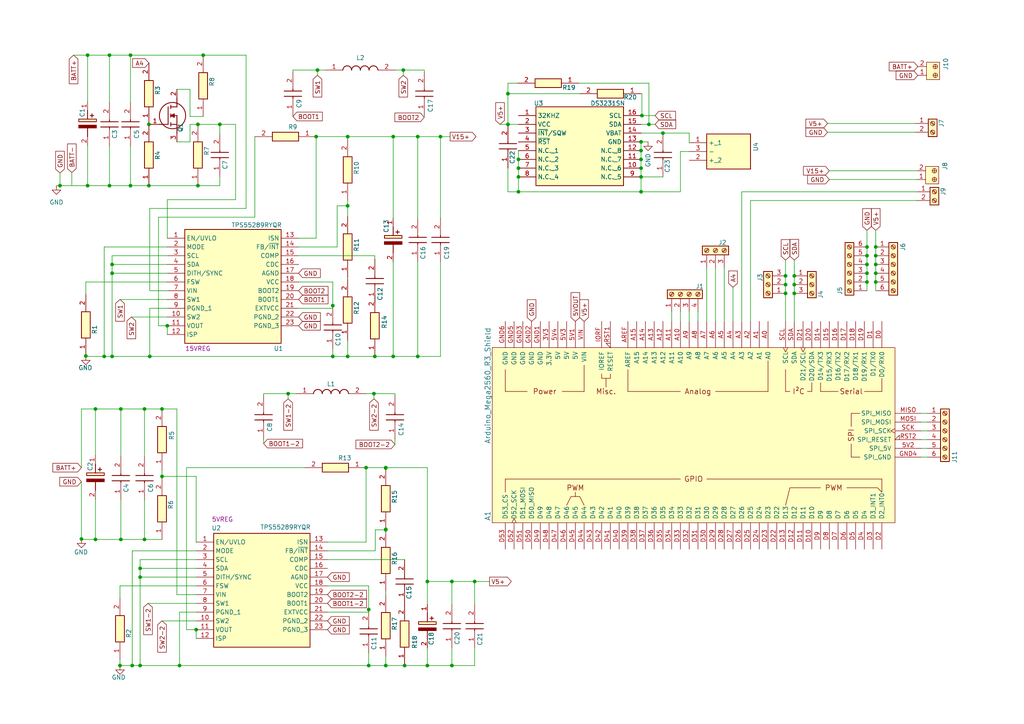
<source format=kicad_sch>
(kicad_sch (version 20211123) (generator eeschema)
  (paper "A4")
  (title_block (title "controller_pcb") (date "2024-01-23") (rev "v02") (comment 3 "creativecommons.org/licenses/by/4.0/") (comment 4 "License: CC BY 4.0") (comment 5 "Author: Daphne Chevalier"))
  (junction (at 35.052 156.464))
  (junction (at 114.046 103.378))
  (junction (at 147.32 27.178))
  (junction (at 185.928 55.626))
  (junction (at 188.214 36.068))
  (junction (at 254 79.248))
  (junction (at 150.368 48.768))
  (junction (at 251.46 76.708))
  (junction (at 91.694 39.624))
  (junction (at 24.892 103.251))
  (junction (at 63.754 36.068))
  (junction (at 25.4 16.002))
  (junction (at 37.846 53.848))
  (junction (at 230.378 80.01))
  (junction (at 58.928 16.002))
  (junction (at 123.952 168.656))
  (junction (at 41.91 118.618))
  (junction (at 147.32 36.068))
  (junction (at 46.99 138.176))
  (junction (at 185.928 51.308))
  (junction (at 57.404 53.848))
  (junction (at 100.838 39.624))
  (junction (at 111.887 153.67))
  (junction (at 116.967 20.32))
  (junction (at 37.846 16.002))
  (junction (at 251.46 74.168))
  (junction (at 43.18 36.068))
  (junction (at 83.566 114.173))
  (junction (at 30.226 103.378))
  (junction (at 23.622 156.337))
  (junction (at 111.887 153.543))
  (junction (at 150.368 55.626))
  (junction (at 230.378 85.09))
  (junction (at 108.712 103.378))
  (junction (at 57.404 36.068))
  (junction (at 52.07 193.04))
  (junction (at 40.64 164.846))
  (junction (at 121.158 39.624))
  (junction (at 185.928 46.228))
  (junction (at 27.686 156.464))
  (junction (at 254 81.788))
  (junction (at 251.46 71.628))
  (junction (at 121.158 103.378))
  (junction (at 92.075 20.32))
  (junction (at 127.762 39.624))
  (junction (at 35.052 118.618))
  (junction (at 43.434 103.378))
  (junction (at 227.838 85.09))
  (junction (at 40.64 193.04))
  (junction (at 185.928 43.688))
  (junction (at 48.514 94.488))
  (junction (at 123.952 193.04))
  (junction (at 254 76.708))
  (junction (at 251.46 81.788))
  (junction (at 96.52 88.646))
  (junction (at 31.75 16.002))
  (junction (at 38.354 193.04))
  (junction (at 100.838 103.378))
  (junction (at 96.52 103.378))
  (junction (at 150.368 46.228))
  (junction (at 150.368 51.308))
  (junction (at 131.064 168.656))
  (junction (at 254 74.168))
  (junction (at 27.686 118.618))
  (junction (at 251.46 79.248))
  (junction (at 32.512 79.248))
  (junction (at 111.887 193.04))
  (junction (at 17.399 53.848))
  (junction (at 254 71.628))
  (junction (at 137.668 168.656))
  (junction (at 106.172 135.636))
  (junction (at 117.348 193.04))
  (junction (at 32.512 76.708))
  (junction (at 56.896 182.626))
  (junction (at 227.838 82.55))
  (junction (at 111.887 135.636))
  (junction (at 43.18 53.848))
  (junction (at 111.887 135.763))
  (junction (at 106.934 176.784))
  (junction (at 186.182 33.528))
  (junction (at 46.99 118.618))
  (junction (at 185.928 48.768))
  (junction (at 100.838 59.69))
  (junction (at 108.458 114.173))
  (junction (at 32.512 103.378))
  (junction (at 227.838 80.01))
  (junction (at 230.378 82.55))
  (junction (at 114.046 39.624))
  (junction (at 31.75 53.848))
  (junction (at 131.064 193.04))
  (junction (at 106.934 193.04))
  (junction (at 192.278 38.608))
  (junction (at 25.4 53.848))
  (junction (at 41.91 156.464))
  (junction (at 185.928 41.148))
  (junction (at 40.64 167.386))
  (junction (at 34.798 193.04))
  (wire (pts (xy 150.368 43.688) (xy 150.368 46.228)))
  (wire (pts (xy 54.102 182.626) (xy 56.896 182.626)))
  (wire (pts (xy 114.046 103.378) (xy 114.046 75.946)))
  (wire (pts (xy 32.512 74.168) (xy 32.512 76.708)))
  (wire (pts (xy 127.762 39.624) (xy 127.762 63.246)))
  (wire (pts (xy 25.4 53.848) (xy 31.75 53.848)))
  (wire (pts (xy 76.454 114.681) (xy 76.454 114.173)))
  (wire (pts (xy 41.91 118.618) (xy 41.91 132.334)))
  (wire (pts (xy 108.839 153.67) (xy 108.839 159.766)))
  (wire (pts (xy 56.896 167.386) (xy 40.64 167.386)))
  (wire (pts (xy 251.46 74.168) (xy 251.46 76.708)))
  (wire (pts (xy 32.512 79.248) (xy 32.512 103.378)))
  (wire (pts (xy 185.928 51.308) (xy 185.928 55.626)))
  (wire (pts (xy 185.928 38.608) (xy 192.278 38.608)))
  (wire (pts (xy 57.404 36.068) (xy 63.754 36.068)))
  (wire (pts (xy 147.32 24.13) (xy 147.32 27.178)))
  (wire (pts (xy 227.838 75.438) (xy 227.838 80.01)))
  (wire (pts (xy 185.928 46.228) (xy 185.928 48.768)))
  (wire (pts (xy 57.404 53.848) (xy 63.754 53.848)))
  (wire (pts (xy 86.614 89.408) (xy 96.52 89.408)))
  (wire (pts (xy 48.514 57.912) (xy 48.514 69.088)))
  (wire (pts (xy 251.46 81.788) (xy 251.46 84.328)))
  (wire (pts (xy 106.172 135.636) (xy 111.887 135.636)))
  (wire (pts (xy 51.308 118.618) (xy 51.308 172.466)))
  (wire (pts (xy 117.348 193.04) (xy 123.952 193.04)))
  (wire (pts (xy 24.892 81.788) (xy 24.892 85.344)))
  (wire (pts (xy 114.046 39.624) (xy 121.158 39.624)))
  (wire (pts (xy 240.538 52.07) (xy 265.938 52.07)))
  (wire (pts (xy 210.058 77.724) (xy 210.058 93.218)))
  (wire (pts (xy 106.934 177.546) (xy 106.934 176.784)))
  (wire (pts (xy 76.454 128.651) (xy 76.454 127.381)))
  (wire (pts (xy 106.934 169.926) (xy 106.934 176.784)))
  (wire (pts (xy 147.32 55.626) (xy 147.32 48.768)))
  (wire (pts (xy 100.838 58.166) (xy 100.838 59.69)))
  (wire (pts (xy 186.182 27.178) (xy 186.182 33.528)))
  (wire (pts (xy 267.208 119.888) (xy 268.986 119.888)))
  (wire (pts (xy 100.838 103.378) (xy 108.712 103.378)))
  (wire (pts (xy 24.892 81.788) (xy 48.514 81.788)))
  (wire (pts (xy 100.838 39.624) (xy 114.046 39.624)))
  (wire (pts (xy 204.978 93.218) (xy 204.978 77.724)))
  (wire (pts (xy 17.399 53.848) (xy 17.399 50.165)))
  (wire (pts (xy 84.963 20.32) (xy 92.075 20.32)))
  (wire (pts (xy 123.952 135.636) (xy 123.952 168.656)))
  (wire (pts (xy 30.226 71.628) (xy 48.514 71.628)))
  (wire (pts (xy 147.32 55.626) (xy 150.368 55.626)))
  (wire (pts (xy 40.64 164.846) (xy 56.896 164.846)))
  (wire (pts (xy 94.996 157.226) (xy 106.172 157.226)))
  (wire (pts (xy 111.887 135.636) (xy 123.952 135.636)))
  (wire (pts (xy 48.514 94.488) (xy 48.514 97.028)))
  (wire (pts (xy 56.896 172.466) (xy 51.308 172.466)))
  (wire (pts (xy 24.892 103.124) (xy 24.892 103.251)))
  (wire (pts (xy 35.052 145.034) (xy 35.052 156.464)))
  (wire (pts (xy 31.75 16.002) (xy 37.846 16.002)))
  (wire (pts (xy 52.07 193.04) (xy 106.934 193.04)))
  (wire (pts (xy 96.52 81.788) (xy 96.52 88.646)))
  (wire (pts (xy 207.518 93.218) (xy 207.518 77.724)))
  (wire (pts (xy 106.934 189.484) (xy 106.934 193.04)))
  (wire (pts (xy 55.118 25.908) (xy 55.118 33.782)))
  (wire (pts (xy 73.914 39.624) (xy 73.914 62.992)))
  (wire (pts (xy 187.96 41.148) (xy 185.928 41.148)))
  (wire (pts (xy 92.075 20.32) (xy 94.361 20.32)))
  (wire (pts (xy 16.383 53.848) (xy 17.399 53.848)))
  (wire (pts (xy 56.896 157.226) (xy 56.896 138.176)))
  (wire (pts (xy 43.434 103.378) (xy 96.52 103.378)))
  (wire (pts (xy 254 81.788) (xy 254 84.328)))
  (wire (pts (xy 267.208 130.048) (xy 268.986 130.048)))
  (wire (pts (xy 116.967 20.32) (xy 123.063 20.32)))
  (wire (pts (xy 71.374 16.002) (xy 71.374 60.452)))
  (wire (pts (xy 114.554 114.173) (xy 114.554 114.681)))
  (wire (pts (xy 58.928 33.782) (xy 55.118 33.782)))
  (wire (pts (xy 94.996 159.766) (xy 108.839 159.766)))
  (wire (pts (xy 51.308 41.148) (xy 55.118 41.148)))
  (wire (pts (xy 30.226 103.378) (xy 32.512 103.378)))
  (wire (pts (xy 46.99 180.086) (xy 56.896 180.086)))
  (wire (pts (xy 27.686 118.618) (xy 35.052 118.618)))
  (wire (pts (xy 114.046 39.624) (xy 114.046 63.246)))
  (wire (pts (xy 83.566 114.173) (xy 83.566 115.697)))
  (wire (pts (xy 251.46 79.248) (xy 251.46 81.788)))
  (wire (pts (xy 137.668 168.656) (xy 137.668 175.26)))
  (wire (pts (xy 34.798 169.926) (xy 56.896 169.926)))
  (wire (pts (xy 46.99 118.618) (xy 51.308 118.618)))
  (wire (pts (xy 41.91 145.034) (xy 41.91 156.464)))
  (wire (pts (xy 68.326 57.912) (xy 48.514 57.912)))
  (wire (pts (xy 21.336 16.002) (xy 25.4 16.002)))
  (wire (pts (xy 145.034 36.068) (xy 147.32 36.068)))
  (wire (pts (xy 189.992 33.528) (xy 186.182 33.528)))
  (wire (pts (xy 197.358 43.942) (xy 199.898 43.942)))
  (wire (pts (xy 230.378 75.438) (xy 230.378 80.01)))
  (wire (pts (xy 96.52 89.408) (xy 96.52 88.646)))
  (wire (pts (xy 123.063 34.036) (xy 123.063 33.528)))
  (wire (pts (xy 94.996 169.926) (xy 106.934 169.926)))
  (wire (pts (xy 43.434 84.328) (xy 48.514 84.328)))
  (wire (pts (xy 55.118 36.068) (xy 57.404 36.068)))
  (wire (pts (xy 38.354 159.766) (xy 56.896 159.766)))
  (wire (pts (xy 123.952 193.04) (xy 131.064 193.04)))
  (wire (pts (xy 32.512 76.708) (xy 48.514 76.708)))
  (wire (pts (xy 189.992 36.068) (xy 188.214 36.068)))
  (wire (pts (xy 84.963 33.782) (xy 84.963 33.528)))
  (wire (pts (xy 63.754 36.068) (xy 68.326 36.068)))
  (wire (pts (xy 23.622 156.464) (xy 27.686 156.464)))
  (wire (pts (xy 43.18 36.068) (xy 43.688 36.068)))
  (wire (pts (xy 111.887 153.543) (xy 111.887 153.67)))
  (wire (pts (xy 240.03 38.354) (xy 265.43 38.354)))
  (wire (pts (xy 227.838 82.55) (xy 227.838 85.09)))
  (wire (pts (xy 68.326 36.068) (xy 68.326 57.912)))
  (wire (pts (xy 150.368 51.308) (xy 150.368 55.626)))
  (wire (pts (xy 197.358 90.424) (xy 197.358 93.218)))
  (wire (pts (xy 86.614 69.088) (xy 91.694 69.088)))
  (wire (pts (xy 108.458 114.173) (xy 108.458 115.697)))
  (wire (pts (xy 108.712 87.884) (xy 108.712 85.598)))
  (wire (pts (xy 111.887 172.593) (xy 111.887 171.45)))
  (wire (pts (xy 24.892 103.251) (xy 24.892 103.378)))
  (wire (pts (xy 25.4 42.164) (xy 25.4 53.848)))
  (wire (pts (xy 32.512 76.708) (xy 32.512 79.248)))
  (wire (pts (xy 40.64 162.306) (xy 40.64 164.846)))
  (wire (pts (xy 31.75 29.718) (xy 31.75 16.002)))
  (wire (pts (xy 202.438 93.218) (xy 202.438 90.424)))
  (wire (pts (xy 48.514 94.488) (xy 45.974 94.488)))
  (wire (pts (xy 35.052 132.334) (xy 35.052 118.618)))
  (wire (pts (xy 131.064 168.656) (xy 131.064 175.26)))
  (wire (pts (xy 38.354 193.04) (xy 40.64 193.04)))
  (wire (pts (xy 150.368 46.228) (xy 150.368 48.768)))
  (wire (pts (xy 230.378 82.55) (xy 230.378 85.09)))
  (wire (pts (xy 185.928 55.626) (xy 150.368 55.626)))
  (wire (pts (xy 34.798 169.926) (xy 34.798 173.482)))
  (wire (pts (xy 121.158 103.378) (xy 121.158 75.946)))
  (wire (pts (xy 251.46 66.802) (xy 251.46 71.628)))
  (wire (pts (xy 192.278 38.608) (xy 199.898 38.608)))
  (wire (pts (xy 100.838 81.026) (xy 100.838 80.518)))
  (wire (pts (xy 32.512 103.378) (xy 43.434 103.378)))
  (wire (pts (xy 42.926 175.006) (xy 56.896 175.006)))
  (wire (pts (xy 43.434 89.408) (xy 43.434 103.378)))
  (wire (pts (xy 92.075 20.32) (xy 92.075 21.844)))
  (wire (pts (xy 37.846 16.002) (xy 37.846 29.718)))
  (wire (pts (xy 251.46 76.708) (xy 251.46 79.248)))
  (wire (pts (xy 83.566 114.173) (xy 85.852 114.173)))
  (wire (pts (xy 46.99 156.464) (xy 41.91 156.464)))
  (wire (pts (xy 31.75 42.418) (xy 31.75 53.848)))
  (wire (pts (xy 48.514 89.408) (xy 43.434 89.408)))
  (wire (pts (xy 116.967 20.32) (xy 116.967 21.844)))
  (wire (pts (xy 123.952 168.656) (xy 123.952 175.26)))
  (wire (pts (xy 97.79 59.69) (xy 97.79 71.628)))
  (wire (pts (xy 227.838 80.01) (xy 227.838 82.55)))
  (wire (pts (xy 108.712 103.378) (xy 114.046 103.378)))
  (wire (pts (xy 41.91 156.464) (xy 35.052 156.464)))
  (wire (pts (xy 35.052 118.618) (xy 41.91 118.618)))
  (wire (pts (xy 147.32 36.068) (xy 150.368 36.068)))
  (wire (pts (xy 96.52 103.378) (xy 100.838 103.378)))
  (wire (pts (xy 55.118 41.148) (xy 55.118 36.068)))
  (wire (pts (xy 194.818 93.218) (xy 194.818 90.424)))
  (wire (pts (xy 91.694 69.088) (xy 91.694 39.624)))
  (wire (pts (xy 37.846 42.418) (xy 37.846 53.848)))
  (wire (pts (xy 197.358 43.942) (xy 197.358 55.626)))
  (wire (pts (xy 114.046 103.378) (xy 121.158 103.378)))
  (wire (pts (xy 31.75 53.848) (xy 37.846 53.848)))
  (wire (pts (xy 267.208 132.588) (xy 268.986 132.588)))
  (wire (pts (xy 76.454 114.173) (xy 83.566 114.173)))
  (wire (pts (xy 123.952 193.04) (xy 123.952 187.96)))
  (wire (pts (xy 150.114 24.13) (xy 147.32 24.13)))
  (wire (pts (xy 131.064 168.656) (xy 137.668 168.656)))
  (wire (pts (xy 267.208 127.508) (xy 268.986 127.508)))
  (wire (pts (xy 106.172 135.636) (xy 106.172 157.226)))
  (wire (pts (xy 86.614 71.628) (xy 97.79 71.628)))
  (wire (pts (xy 23.622 118.618) (xy 27.686 118.618)))
  (wire (pts (xy 185.928 55.626) (xy 197.358 55.626)))
  (wire (pts (xy 48.514 86.868) (xy 34.798 86.868)))
  (wire (pts (xy 73.914 62.992) (xy 45.974 62.992)))
  (wire (pts (xy 94.996 177.546) (xy 106.934 177.546)))
  (wire (pts (xy 35.052 156.464) (xy 27.686 156.464)))
  (wire (pts (xy 111.887 153.67) (xy 108.839 153.67)))
  (wire (pts (xy 46.99 136.398) (xy 46.99 138.176)))
  (wire (pts (xy 108.458 114.173) (xy 114.554 114.173)))
  (wire (pts (xy 186.182 33.528) (xy 185.928 33.528)))
  (wire (pts (xy 52.07 177.546) (xy 56.896 177.546)))
  (wire (pts (xy 240.538 49.53) (xy 265.938 49.53)))
  (wire (pts (xy 91.694 39.624) (xy 100.838 39.624)))
  (wire (pts (xy 63.754 51.308) (xy 63.754 53.848)))
  (wire (pts (xy 94.996 162.306) (xy 117.348 162.306)))
  (wire (pts (xy 40.64 193.04) (xy 52.07 193.04)))
  (wire (pts (xy 212.598 83.312) (xy 212.598 93.218)))
  (wire (pts (xy 48.514 74.168) (xy 32.512 74.168)))
  (wire (pts (xy 117.348 192.786) (xy 117.348 193.04)))
  (wire (pts (xy 56.896 162.306) (xy 40.64 162.306)))
  (wire (pts (xy 84.963 20.828) (xy 84.963 20.32)))
  (wire (pts (xy 254 76.708) (xy 254 79.248)))
  (wire (pts (xy 240.03 35.814) (xy 265.43 35.814)))
  (wire (pts (xy 123.063 20.32) (xy 123.063 20.828)))
  (wire (pts (xy 86.614 81.788) (xy 96.52 81.788)))
  (wire (pts (xy 71.374 60.452) (xy 43.434 60.452)))
  (wire (pts (xy 217.678 58.166) (xy 217.678 93.218)))
  (wire (pts (xy 185.928 48.768) (xy 185.928 51.308)))
  (wire (pts (xy 34.798 193.04) (xy 38.354 193.04)))
  (wire (pts (xy 58.928 16.002) (xy 71.374 16.002)))
  (wire (pts (xy 199.898 38.608) (xy 199.898 41.402)))
  (wire (pts (xy 267.208 122.428) (xy 268.986 122.428)))
  (wire (pts (xy 48.514 91.948) (xy 38.1 91.948)))
  (wire (pts (xy 267.208 124.968) (xy 268.986 124.968)))
  (wire (pts (xy 199.898 93.218) (xy 199.898 90.424)))
  (wire (pts (xy 106.934 193.04) (xy 111.887 193.04)))
  (wire (pts (xy 131.064 193.04) (xy 137.668 193.04)))
  (wire (pts (xy 100.838 59.69) (xy 97.79 59.69)))
  (wire (pts (xy 96.52 101.346) (xy 96.52 103.378)))
  (wire (pts (xy 137.668 193.04) (xy 137.668 187.96)))
  (wire (pts (xy 254 71.628) (xy 254 74.168)))
  (wire (pts (xy 100.838 39.624) (xy 100.838 40.386)))
  (wire (pts (xy 185.928 43.688) (xy 185.928 46.228)))
  (wire (pts (xy 150.368 48.768) (xy 150.368 51.308)))
  (wire (pts (xy 46.99 138.176) (xy 46.99 138.684)))
  (wire (pts (xy 45.974 62.992) (xy 45.974 94.488)))
  (wire (pts (xy 25.4 16.002) (xy 31.75 16.002)))
  (wire (pts (xy 27.686 118.618) (xy 27.686 132.08)))
  (wire (pts (xy 131.064 193.04) (xy 131.064 187.96)))
  (wire (pts (xy 27.686 144.78) (xy 27.686 156.464)))
  (wire (pts (xy 23.622 156.337) (xy 23.622 156.464)))
  (wire (pts (xy 215.138 55.626) (xy 215.138 93.218)))
  (wire (pts (xy 25.4 16.002) (xy 25.4 29.464)))
  (wire (pts (xy 24.892 103.378) (xy 30.226 103.378)))
  (wire (pts (xy 20.828 53.721) (xy 20.828 50.038)))
  (wire (pts (xy 41.91 118.618) (xy 46.99 118.618)))
  (wire (pts (xy 40.64 167.386) (xy 40.64 193.04)))
  (wire (pts (xy 43.434 60.452) (xy 43.434 84.328)))
  (wire (pts (xy 106.172 114.173) (xy 108.458 114.173)))
  (wire (pts (xy 230.378 85.09) (xy 230.378 93.218)))
  (wire (pts (xy 230.378 80.01) (xy 230.378 82.55)))
  (wire (pts (xy 121.158 103.378) (xy 127.762 103.378)))
  (wire (pts (xy 254 66.802) (xy 254 71.628)))
  (wire (pts (xy 48.514 79.248) (xy 32.512 79.248)))
  (wire (pts (xy 37.846 53.848) (xy 43.18 53.848)))
  (wire (pts (xy 147.32 27.178) (xy 147.32 36.068)))
  (wire (pts (xy 215.138 55.626) (xy 265.938 55.626)))
  (wire (pts (xy 111.887 135.636) (xy 111.887 135.763)))
  (wire (pts (xy 114.554 128.905) (xy 114.554 127.381)))
  (wire (pts (xy 114.681 20.32) (xy 116.967 20.32)))
  (wire (pts (xy 63.754 38.608) (xy 63.754 36.068)))
  (wire (pts (xy 56.896 185.166) (xy 56.896 182.626)))
  (wire (pts (xy 137.668 168.656) (xy 141.986 168.656)))
  (wire (pts (xy 188.214 24.13) (xy 188.214 36.068)))
  (wire (pts (xy 17.399 53.848) (xy 25.4 53.848)))
  (wire (pts (xy 111.887 190.373) (xy 111.887 193.04)))
  (wire (pts (xy 23.622 135.636) (xy 23.622 118.618)))
  (wire (pts (xy 51.308 25.908) (xy 55.118 25.908)))
  (wire (pts (xy 185.928 41.148) (xy 185.928 43.688)))
  (wire (pts (xy 127.762 39.624) (xy 130.556 39.624)))
  (wire (pts (xy 100.838 59.69) (xy 100.838 62.738)))
  (wire (pts (xy 185.928 51.308) (xy 192.278 51.308)))
  (wire (pts (xy 46.99 138.176) (xy 56.896 138.176)))
  (wire (pts (xy 52.07 177.546) (xy 52.07 193.04)))
  (wire (pts (xy 23.622 139.7) (xy 23.622 156.337)))
  (wire (pts (xy 111.887 193.04) (xy 117.348 193.04)))
  (wire (pts (xy 38.354 159.766) (xy 38.354 193.04)))
  (wire (pts (xy 121.158 39.624) (xy 127.762 39.624)))
  (wire (pts (xy 147.32 27.178) (xy 168.148 27.178)))
  (wire (pts (xy 40.64 164.846) (xy 40.64 167.386)))
  (wire (pts (xy 43.18 53.848) (xy 57.404 53.848)))
  (wire (pts (xy 30.226 71.628) (xy 30.226 103.378)))
  (wire (pts (xy 86.614 74.168) (xy 108.712 74.168)))
  (wire (pts (xy 34.798 191.262) (xy 34.798 193.04)))
  (wire (pts (xy 54.102 135.636) (xy 88.392 135.636)))
  (wire (pts (xy 54.102 135.636) (xy 54.102 182.626)))
  (wire (pts (xy 127.762 103.378) (xy 127.762 75.946)))
  (wire (pts (xy 188.214 36.068) (xy 185.928 36.068)))
  (wire (pts (xy 108.712 75.184) (xy 108.712 74.168)))
  (wire (pts (xy 100.838 98.806) (xy 100.838 103.378)))
  (wire (pts (xy 186.182 27.178) (xy 185.928 27.178)))
  (wire (pts (xy 227.838 85.09) (xy 227.838 93.218)))
  (wire (pts (xy 167.894 24.13) (xy 188.214 24.13)))
  (wire (pts (xy 254 79.248) (xy 254 81.788)))
  (wire (pts (xy 254 74.168) (xy 254 76.708)))
  (wire (pts (xy 123.952 168.656) (xy 131.064 168.656)))
  (wire (pts (xy 37.846 16.002) (xy 58.928 16.002)))
  (wire (pts (xy 251.46 71.628) (xy 251.46 74.168)))
  (wire (pts (xy 265.938 58.166) (xy 217.678 58.166)))
  (wire (pts (xy 121.158 39.624) (xy 121.158 63.246)))
  (global_label "SW1" (shape input) (at 34.798 86.868 270) (property "Intersheet References" "${INTERSHEET_REFS}" (effects hide)))
  (global_label "GND" (shape input) (at 23.622 139.7 180) (property "Intersheet References" "${INTERSHEET_REFS}" (effects hide)))
  (global_label "SW2-2" (shape input) (at 46.99 180.086 270) (property "Intersheet References" "${INTERSHEET_REFS}" (effects hide)))
  (global_label "SW1-2" (shape input) (at 83.566 115.697 270) (property "Intersheet References" "${INTERSHEET_REFS}" (effects hide)))
  (global_label "BOOT1-2" (shape input) (at 76.454 128.651 0) (property "Intersheet References" "${INTERSHEET_REFS}" (effects hide)))
  (global_label "GND" (shape input) (at 86.614 79.248 0) (property "Intersheet References" "${INTERSHEET_REFS}" (effects hide)))
  (global_label "GND" (shape input) (at 94.996 182.626 0) (property "Intersheet References" "${INTERSHEET_REFS}" (effects hide)))
  (global_label "V15+" (shape input) (at 240.538 49.53 180) (property "Intersheet References" "${INTERSHEET_REFS}" (effects hide)))
  (global_label "BATT-" (shape input) (at 20.828 50.038 90) (property "Intersheet References" "${INTERSHEET_REFS}" (effects hide)))
  (global_label "SDA" (shape input) (at 230.378 75.438 90) (property "Intersheet References" "${INTERSHEET_REFS}" (effects hide)))
  (global_label "GND" (shape input) (at 154.178 93.218 90) (property "Intersheet References" "${INTERSHEET_REFS}" (effects hide)))
  (global_label "SCL" (shape input) (at 227.838 75.438 90) (property "Intersheet References" "${INTERSHEET_REFS}" (effects hide)))
  (global_label "SW2-2" (shape input) (at 108.458 115.697 270) (property "Intersheet References" "${INTERSHEET_REFS}" (effects hide)))
  (global_label "SW1-2" (shape input) (at 42.926 175.006 270) (property "Intersheet References" "${INTERSHEET_REFS}" (effects hide)))
  (global_label "5VOUT" (shape input) (at 166.878 93.218 90) (property "Intersheet References" "${INTERSHEET_REFS}" (effects hide)))
  (global_label "GND" (shape input) (at 94.996 180.086 0) (property "Intersheet References" "${INTERSHEET_REFS}" (effects hide)))
  (global_label "A4" (shape input) (at 43.18 18.288 180) (property "Intersheet References" "${INTERSHEET_REFS}" (effects hide)))
  (global_label "BATT+" (shape input) (at 266.192 19.304 180) (property "Intersheet References" "${INTERSHEET_REFS}" (effects hide)))
  (global_label "V5+" (shape input) (at 145.034 36.068 90) (property "Intersheet References" "${INTERSHEET_REFS}" (effects hide)))
  (global_label "BOOT2" (shape input) (at 86.614 84.328 0) (property "Intersheet References" "${INTERSHEET_REFS}" (effects hide)))
  (global_label "V15+" (shape output) (at 130.556 39.624 0) (property "Intersheet References" "${INTERSHEET_REFS}" (effects hide)))
  (global_label "V5+" (shape input) (at 169.418 93.218 90) (property "Intersheet References" "${INTERSHEET_REFS}" (effects hide)))
  (global_label "GND" (shape input) (at 240.538 52.07 180) (property "Intersheet References" "${INTERSHEET_REFS}" (effects hide)))
  (global_label "BOOT1" (shape input) (at 86.614 86.868 0) (property "Intersheet References" "${INTERSHEET_REFS}" (effects hide)))
  (global_label "GND" (shape input) (at 86.614 94.488 0) (property "Intersheet References" "${INTERSHEET_REFS}" (effects hide)))
  (global_label "V5+" (shape input) (at 240.03 35.814 180) (property "Intersheet References" "${INTERSHEET_REFS}" (effects hide)))
  (global_label "GND" (shape input) (at 17.399 50.165 90) (property "Intersheet References" "${INTERSHEET_REFS}" (effects hide)))
  (global_label "BATT+" (shape input) (at 21.336 16.002 270) (property "Intersheet References" "${INTERSHEET_REFS}" (effects hide)))
  (global_label "SDA" (shape input) (at 189.992 36.068 0) (property "Intersheet References" "${INTERSHEET_REFS}" (effects hide)))
  (global_label "BOOT2" (shape input) (at 123.063 34.036 180) (property "Intersheet References" "${INTERSHEET_REFS}" (effects hide)))
  (global_label "BATT+" (shape input) (at 23.622 135.636 180) (property "Intersheet References" "${INTERSHEET_REFS}" (effects hide)))
  (global_label "GND" (shape input) (at 266.192 21.844 180) (property "Intersheet References" "${INTERSHEET_REFS}" (effects hide)))
  (global_label "SW2" (shape input) (at 38.1 91.948 270) (property "Intersheet References" "${INTERSHEET_REFS}" (effects hide)))
  (global_label "SCL" (shape input) (at 189.992 33.528 0) (property "Intersheet References" "${INTERSHEET_REFS}" (effects hide)))
  (global_label "V5+" (shape input) (at 254 66.802 90) (property "Intersheet References" "${INTERSHEET_REFS}" (effects hide)))
  (global_label "A4" (shape input) (at 212.598 83.312 90) (property "Intersheet References" "${INTERSHEET_REFS}" (effects hide)))
  (global_label "BOOT1-2" (shape input) (at 94.996 175.006 0) (property "Intersheet References" "${INTERSHEET_REFS}" (effects hide)))
  (global_label "BOOT2-2" (shape input) (at 94.996 172.466 0) (property "Intersheet References" "${INTERSHEET_REFS}" (effects hide)))
  (global_label "SW1" (shape input) (at 92.075 21.844 270) (property "Intersheet References" "${INTERSHEET_REFS}" (effects hide)))
  (global_label "BOOT1" (shape input) (at 84.963 33.782 0) (property "Intersheet References" "${INTERSHEET_REFS}" (effects hide)))
  (global_label "SW2" (shape input) (at 116.967 21.844 270) (property "Intersheet References" "${INTERSHEET_REFS}" (effects hide)))
  (global_label "GND" (shape input) (at 86.614 91.948 0) (property "Intersheet References" "${INTERSHEET_REFS}" (effects hide)))
  (global_label "BOOT2-2" (shape input) (at 114.554 128.905 180) (property "Intersheet References" "${INTERSHEET_REFS}" (effects hide)))
  (global_label "GND" (shape input) (at 251.46 66.802 90) (property "Intersheet References" "${INTERSHEET_REFS}" (effects hide)))
  (global_label "V5+" (shape output) (at 141.986 168.656 0) (property "Intersheet References" "${INTERSHEET_REFS}" (effects hide)))
  (global_label "GND" (shape input) (at 94.996 167.386 0) (property "Intersheet References" "${INTERSHEET_REFS}" (effects hide)))
  (global_label "GND" (shape input) (at 240.03 38.354 180) (property "Intersheet References" "${INTERSHEET_REFS}" (effects hide)))
  (symbol (lib_id "C1005X5R1V105K050BC:C1005X5R1V105K050BC") (at 37.846 42.418 90) (unit 1)
    (property "Reference" "C5" (at 39.624 37.592 0) (effects (justify right)))
    (property "Value" "C1005X5R1V105K050BC" (effects hide))
    (property "Footprint" "extracted:CAPC1005X55N" (effects hide))
    (property "Reference_1" "CINX" (effects hide))
    (property "Value_1" "1µF" (effects hide))
    (property "Footprint_1" "CAPC1005X55N" (effects hide))
    (property "Datasheet_1" "https://product.tdk.com/info/en/catalog/datasheets/mlcc_commercial_midvoltage_en.pdf" (effects hide))
    (property "Height" "0.55" (effects hide))
    (property "Manufacturer_Name" "TDK" (effects hide))
    (property "Manufacturer_Part_Number" "C1005X5R1V105K050BC" (effects hide))
    (property "Mouser Part Number" "810-C1005X5R1V105K" (effects hide))
    (property "Mouser Price/Stock" "https://www.mouser.co.uk/ProductDetail/TDK/C1005X5R1V105K050BC?qs=dfay7wIA1uGr1NSDQs%2Ftnw%3D%3D" (effects hide))
    (property "Arrow Part Number" "C1005X5R1V105K050BC" (effects hide))
    (property "Arrow Price/Stock" "https://www.arrow.com/en/products/c1005x5r1v105k050bc/tdk?region=nac" (effects hide))
    (property "Name_in_schem" "CINX2" (effects hide))
    (property "Subcircuit" "V15" (effects hide))
  )
  (symbol (lib_id "EEFCX1E330R:EEFCX1E330R") (at 25.4 29.464 270) (unit 1)
    (property "Reference" "C1" (at 23.876 34.036 0) (effects (justify right)))
    (property "Value" "EEFCX1E330R" (effects hide))
    (property "Footprint" "extracted:CAPPM7343X200N" (effects hide))
    (property "Reference_1" "C" (effects hide))
    (property "Value_1" "EEFCX1E330R" (effects hide))
    (property "Footprint_1" "CAPPM7343X200N" (effects hide))
    (property "Datasheet_1" "http://industrial.panasonic.com/cdbs/www-data/pdf/ABE0000/ABE0000C49.pdf" (effects hide))
    (property "Height" "2" (effects hide))
    (property "Manufacturer_Name" "Panasonic" (effects hide))
    (property "Manufacturer_Part_Number" "EEFCX1E330R" (effects hide))
  )
  (symbol (lib_id "TPS55289RYQR:TPS55289RYQR") (at 48.514 69.088 0) (unit 1)
    (property "Reference" "U1" (at 80.772 101.092 0))
    (property "Value" "TPS55289RYQR" (at 74.422 65.278 0))
    (property "Footprint" "extracted:TPS552892QWRYQRQ1" (effects hide))
    (property "Reference_1" "15VREG" (at 57.404 101.092 0))
    (property "Value_1" "TPS55289RYQR" (effects hide))
    (property "Footprint_1" "TPS55289RYQR" (effects hide))
    (property "Datasheet_1" "https://www.ti.com/lit/ds/symlink/tps55289.pdf?ts=1664818706180&ref_url=https%253A%252F%252Fwww.ti.com%252Fproduct%252FTPS55289%252Fpart-details%252FTPS55289RYQR%253FkeyMatch%253DTPS55289RYQR" (effects hide))
    (property "Height" "1" (effects hide))
    (property "Manufacturer_Name" "Texas Instruments" (effects hide))
    (property "Manufacturer_Part_Number" "TPS55289RYQR" (effects hide))
    (property "Mouser Part Number" "595-TPS55289RYQR" (effects hide))
    (property "Mouser Price/Stock" "https://www.mouser.co.uk/ProductDetail/Texas-Instruments/TPS55289RYQR?qs=T%252BzbugeAwjhgaIN94Lbpjg%3D%3D" (effects hide))
    (property "Arrow Part Number" "TPS55289RYQR" (effects hide))
    (property "Arrow Price/Stock" "https://www.arrow.com/en/products/tps55289ryqr/texas-instruments?region=nac" (effects hide))
    (property "Name_in_schem" "U" (effects hide))
    (property "Subcircuit" "V15" (effects hide))
  )
  (symbol (lib_id "C1608X6S1C475K080AC:C1608X6S1C475K080AC") (at 63.754 51.308 90) (unit 1)
    (property "Reference" "C7" (at 65.278 46.482 0) (effects (justify right)))
    (property "Value" "C1608X6S1C475K080AC" (effects hide))
    (property "Footprint" "extracted:CAPC1608X80N" (effects hide))
    (property "Reference_1" "CEN" (effects hide))
    (property "Value_1" "C1608X6S1C475K080AC" (effects hide))
    (property "Footprint_1" "CAPC1608X80N" (effects hide))
    (property "Datasheet_1" "https://product.tdk.com/info/en/catalog/datasheets/mlcc_commercial_midvoltage_en.pdf" (effects hide))
    (property "Height" "0.8" (effects hide))
    (property "Manufacturer_Name" "TDK" (effects hide))
    (property "Manufacturer_Part_Number" "C1608X6S1C475K080AC" (effects hide))
    (property "Mouser Part Number" "810-C1608X6S1C475K" (effects hide))
    (property "Mouser Price/Stock" "https://www.mouser.co.uk/ProductDetail/TDK/C1608X6S1C475K080AC?qs=dfay7wIA1uELNO4%252B8xvBDw%3D%3D" (effects hide))
    (property "Arrow Part Number" "C1608X6S1C475K080AC" (effects hide))
    (property "Arrow Price/Stock" "https://www.arrow.com/en/products/c1608x6s1c475k080ac/tdk?region=nac" (effects hide))
    (property "Name_in_schem" "CEN" (effects hide))
    (property "Subcircuit" "V15" (effects hide))
  )
  (symbol (lib_id "CRCW12104K70JNEA:CRCW12104K70JNEA") (at 167.894 24.13 180) (unit 1)
    (property "Reference" "R19" (at 163.068 25.4 0) (effects (justify right)))
    (property "Value" "CRCW12104K70JNEA" (effects hide))
    (property "Footprint" "extracted:RESC3225X60N" (effects hide))
    (property "Reference_1" "R" (effects hide))
    (property "Value_1" "CRCW12104K70JNEA" (effects hide))
    (property "Footprint_1" "RESC3225X60N" (effects hide))
    (property "Height" "0.6" (effects hide))
    (property "Manufacturer_Name" "Vishay" (effects hide))
    (property "Manufacturer_Part_Number" "CRCW12104K70JNEA" (effects hide))
    (property "Mouser Part Number" "71-CRCW1210J-4.7K-E3" (effects hide))
    (property "Mouser Price/Stock" "https://www.mouser.co.uk/ProductDetail/Vishay-Dale/CRCW12104K70JNEA?qs=%2FqQFlUriJiy4FdqFuj0GnQ%3D%3D" (effects hide))
    (property "Arrow Part Number" "CRCW12104K70JNEA" (effects hide))
    (property "Arrow Price/Stock" "https://www.arrow.com/en/products/crcw12104k70jnea/vishay" (effects hide))
    (property "Name_in_schem" "RPU" (effects hide))
    (property "Subcircuit" "clock" (effects hide))
    (property "WEBENCH" "RPU" (effects hide))
  )
  (symbol (lib_id "CRCW040213K0FKED:CRCW040213K0FKED") (at 117.348 192.786 90) (unit 1)
    (property "Reference" "R18" (at 120.269 184.277 0) (effects (justify right)))
    (property "Value" "CRCW040213K0FKED" (effects hide))
    (property "Footprint" "extracted:RESC1005X40N" (effects hide))
    (property "Reference_1" "R" (effects hide))
    (property "Value_1" "CRCW040213K0FKED" (effects hide))
    (property "Footprint_1" "RESC1005X40N" (effects hide))
    (property "Datasheet_1" "http://www.vishay.com/docs/20035/dcrcwe3.pdf" (effects hide))
    (property "Height" "0.4" (effects hide))
    (property "Manufacturer_Name" "Vishay" (effects hide))
    (property "Manufacturer_Part_Number" "CRCW040213K0FKED" (effects hide))
    (property "Mouser Part Number" "71-CRCW0402-13K-E3" (effects hide))
    (property "Mouser Price/Stock" "https://www.mouser.co.uk/ProductDetail/Vishay-Dale/CRCW040213K0FKED?qs=8wskyPz2qw0HXggAygo%252BmA%3D%3D" (effects hide))
    (property "Arrow Part Number" "CRCW040213K0FKED" (effects hide))
    (property "Arrow Price/Stock" "https://www.arrow.com/en/products/crcw040213k0fked/vishay?region=nac" (effects hide))
    (property "Name_in_schem" "RCOMP" (effects hide))
    (property "Subcircuit" "V5" (effects hide))
  )
  (symbol (lib_id "C3225X7R1H106M250AC:C3225X7R1H106M250AC") (at 31.75 42.418 90) (unit 1)
    (property "Reference" "C3" (at 33.274 37.592 0) (effects (justify right)))
    (property "Value" "C3225X7R1H106M250AC" (effects hide))
    (property "Footprint" "extracted:CAPC3225X230N" (effects hide))
    (property "Reference_1" "CINX" (effects hide))
    (property "Value_1" "10µF" (effects hide))
    (property "Footprint_1" "CAPC3225X230N" (effects hide))
    (property "Datasheet_1" "https://product.tdk.com/info/en/catalog/datasheets/mlcc_commercial_midvoltage_en.pdf" (effects hide))
    (property "Height" "2.3" (effects hide))
    (property "Manufacturer_Name" "TDK" (effects hide))
    (property "Manufacturer_Part_Number" "C3225X7R1H106M250AC" (effects hide))
    (property "Mouser Part Number" "810-C3225X7R1H106MAC" (effects hide))
    (property "Mouser Price/Stock" "https://www.mouser.co.uk/ProductDetail/TDK/C3225X7R1H106M250AC?qs=6JAMGB%252BEdkwY95l8JqNSnw%3D%3D" (effects hide))
    (property "Arrow Part Number" "C3225X7R1H106M250AC" (effects hide))
    (property "Arrow Price/Stock" "https://www.arrow.com/en/products/c3225x7r1h106m250ac/tdk?region=nac" (effects hide))
    (property "Name_in_schem" "CINX" (effects hide))
    (property "Subcircuit" "V15" (effects hide))
  )
  (symbol (lib_id "EEFCX1E330R:EEFCX1E330R") (at 27.686 132.08 270) (unit 1)
    (property "Reference" "C2" (at 26.162 136.652 0) (effects (justify right)))
    (property "Value" "EEFCX1E330R" (effects hide))
    (property "Footprint" "extracted:CAPPM7343X200N" (effects hide))
    (property "Reference_1" "C" (effects hide))
    (property "Value_1" "EEFCX1E330R" (effects hide))
    (property "Footprint_1" "CAPPM7343X200N" (effects hide))
    (property "Datasheet_1" "http://industrial.panasonic.com/cdbs/www-data/pdf/ABE0000/ABE0000C49.pdf" (effects hide))
    (property "Height" "2" (effects hide))
    (property "Manufacturer_Name" "Panasonic" (effects hide))
    (property "Manufacturer_Part_Number" "EEFCX1E330R" (effects hide))
  )
  (symbol (lib_id "power:GND") (at 187.96 41.148 0) (unit 1)
    (property "Reference" "#PWR05" (effects hide))
    (property "Value" "GND" (at 187.9601 44.45 90) (effects (justify right)))
  )
  (symbol (lib_id "power:GND") (at 16.383 53.848 0) (unit 1)
    (property "Reference" "#PWR01" (effects hide))
    (property "Value" "GND" (at 16.383 58.674 0))
  )
  (symbol (lib_id "CRCW0402100KFKED:CRCW0402100KFKED") (at 57.404 53.848 90) (unit 1)
    (property "Reference" "R7" (at 59.944 42.418 0) (effects (justify right)))
    (property "Value" "CRCW0402100KFKED" (effects hide))
    (property "Footprint" "extracted:RESC1005X40N" (effects hide))
    (property "Reference_1" "R" (effects hide))
    (property "Value_1" "CRCW0402100KFKED" (effects hide))
    (property "Footprint_1" "RESC1005X40N" (effects hide))
    (property "Datasheet_1" "http://www.vishay.com/docs/20035/dcrcwe3.pdf" (effects hide))
    (property "Height" "0.4" (effects hide))
    (property "Manufacturer_Name" "Vishay" (effects hide))
    (property "Manufacturer_Part_Number" "CRCW0402100KFKED" (effects hide))
    (property "Mouser Part Number" "71-CRCW0402-100K-E3" (effects hide))
    (property "Mouser Price/Stock" "https://www.mouser.co.uk/ProductDetail/Vishay-Dale/CRCW0402100KFKED?qs=OlqPY1CiralZGKRwQ4Glcg%3D%3D" (effects hide))
    (property "Arrow Part Number" "CRCW0402100KFKED" (effects hide))
    (property "Arrow Price/Stock" "https://www.arrow.com/en/products/crcw0402100kfked/vishay?region=nac" (effects hide))
    (property "Name_in_schem" "RENB" (effects hide))
    (property "Subcircuit" "V15" (effects hide))
    (property "WEBENCH" "RENB" (effects hide))
  )
  (symbol (lib_id "C2012X5R1V156M125AC:C2012X5R1V156M125AC") (at 121.158 75.946 90) (unit 1)
    (property "Reference" "C16" (at 122.682 71.374 0) (effects (justify right)))
    (property "Value" "C2012X5R1V156M125AC" (effects hide))
    (property "Footprint" "extracted:CAPC2012X145N" (effects hide))
    (property "Reference_1" "C" (effects hide))
    (property "Value_1" "C2012X5R1V156M125AC" (effects hide))
    (property "Footprint_1" "CAPC2012X145N" (effects hide))
    (property "Datasheet_1" "https://product.tdk.com/info/en/catalog/datasheets/mlcc_commercial_midvoltage_en.pdf" (effects hide))
    (property "Height" "1.45" (effects hide))
    (property "Manufacturer_Name" "TDK" (effects hide))
    (property "Manufacturer_Part_Number" "C2012X5R1V156M125AC" (effects hide))
    (property "Mouser Part Number" "810-C2012X5R1V156M1C" (effects hide))
    (property "Mouser Price/Stock" "https://www.mouser.co.uk/ProductDetail/TDK/C2012X5R1V156M125AC?qs=xLDY6iXSiQZGpZ5eDP6b8w%3D%3D" (effects hide))
    (property "Arrow Part Number" "C2012X5R1V156M125AC" (effects hide))
    (property "Arrow Price/Stock" "https://www.arrow.com/en/products/c2012x5r1v156m125ac/tdk?region=nac" (effects hide))
    (property "Name_in_schem" "COUTX" (effects hide))
    (property "Subcircuit" "V15" (effects hide))
  )
  (symbol (lib_id "C1608X6S1C475K080AC:C1608X6S1C475K080AC") (at 96.52 101.346 90) (unit 1)
    (property "Reference" "C10" (at 98.044 96.52 0) (effects (justify right)))
    (property "Value" "C1608X6S1C475K080AC" (effects hide))
    (property "Footprint" "extracted:CAPC1608X80N" (effects hide))
    (property "Reference_1" "C" (effects hide))
    (property "Value_1" "C1608X6S1C475K080AC" (effects hide))
    (property "Footprint_1" "CAPC1608X80N" (effects hide))
    (property "Datasheet_1" "https://product.tdk.com/info/en/catalog/datasheets/mlcc_commercial_midvoltage_en.pdf" (effects hide))
    (property "Height" "0.8" (effects hide))
    (property "Manufacturer_Name" "TDK" (effects hide))
    (property "Manufacturer_Part_Number" "C1608X6S1C475K080AC" (effects hide))
    (property "Mouser Part Number" "810-C1608X6S1C475K" (effects hide))
    (property "Mouser Price/Stock" "https://www.mouser.co.uk/ProductDetail/TDK/C1608X6S1C475K080AC?qs=dfay7wIA1uELNO4%252B8xvBDw%3D%3D" (effects hide))
    (property "Arrow Part Number" "C1608X6S1C475K080AC" (effects hide))
    (property "Arrow Price/Stock" "https://www.arrow.com/en/products/c1608x6s1c475k080ac/tdk?region=nac" (effects hide))
    (property "Name_in_schem" "CVCC" (effects hide))
    (property "Subcircuit" "V15" (effects hide))
  )
  (symbol (lib_id "EMK107B7104KA-T:EMK107B7104KA-T") (at 84.963 33.528 90) (unit 1)
    (property "Reference" "C9" (at 86.741 28.702 0) (effects (justify right)))
    (property "Value" "EMK107B7104KA-T" (effects hide))
    (property "Footprint" "extracted:CAPC1608X95N" (effects hide))
    (property "Reference_1" "CBOOT" (effects hide))
    (property "Value_1" "EMK107B7104KA-T" (effects hide))
    (property "Footprint_1" "CAPC1608X95N" (effects hide))
    (property "Datasheet_1" "http://www.farnell.com/datasheets/746258.pdf" (effects hide))
    (property "Height" "0.95" (effects hide))
    (property "Manufacturer_Name" "TAIYO YUDEN" (effects hide))
    (property "Manufacturer_Part_Number" "EMK107B7104KA-T" (effects hide))
    (property "Mouser Part Number" "963-EMK107B7104KA-T" (effects hide))
    (property "Mouser Price/Stock" "https://www.mouser.co.uk/ProductDetail/TAIYO-YUDEN/EMK107B7104KA-T?qs=I6KAKw0tg2ybqzX8hKPgfw%3D%3D" (effects hide))
    (property "Arrow Part Number" "EMK107B7104KA-T" (effects hide))
    (property "Arrow Price/Stock" "https://www.arrow.com/en/products/emk107b7104ka-t/taiyo-yuden" (effects hide))
    (property "Name_in_schem" "CBOOT" (effects hide))
    (property "Subcircuit" "V15" (effects hide))
  )
  (symbol (lib_id "EMK107B7104KA-T:EMK107B7104KA-T") (at 114.554 127.381 90) (unit 1)
    (property "Reference" "C14" (at 116.332 122.555 0) (effects (justify right)))
    (property "Value" "EMK107B7104KA-T" (effects hide))
    (property "Footprint" "extracted:CAPC1608X95N" (effects hide))
    (property "Reference_1" "CBOOT2" (effects hide))
    (property "Value_1" "EMK107B7104KA-T" (effects hide))
    (property "Footprint_1" "CAPC1608X95N" (effects hide))
    (property "Datasheet_1" "http://www.farnell.com/datasheets/746258.pdf" (effects hide))
    (property "Height" "0.95" (effects hide))
    (property "Manufacturer_Name" "TAIYO YUDEN" (effects hide))
    (property "Manufacturer_Part_Number" "EMK107B7104KA-T" (effects hide))
    (property "Mouser Part Number" "963-EMK107B7104KA-T" (effects hide))
    (property "Mouser Price/Stock" "https://www.mouser.co.uk/ProductDetail/TAIYO-YUDEN/EMK107B7104KA-T?qs=I6KAKw0tg2ybqzX8hKPgfw%3D%3D" (effects hide))
    (property "Arrow Part Number" "EMK107B7104KA-T" (effects hide))
    (property "Arrow Price/Stock" "https://www.arrow.com/en/products/emk107b7104ka-t/taiyo-yuden" (effects hide))
    (property "Name_in_schem" "CBOOT" (effects hide))
    (property "Subcircuit" "V5" (effects hide))
  )
  (symbol (lib_id "GRM155R70J104KA01D:GRM155R70J104KA01D") (at 192.278 51.308 90) (unit 1)
    (property "Reference" "C23" (at 193.548 46.228 0) (effects (justify right)))
    (property "Value" "GRM155R70J104KA01D" (effects hide))
    (property "Footprint" "extracted:CAPC1005X55N" (effects hide))
    (property "Reference_1" "CBAT" (effects hide))
    (property "Value_1" "GRM155R70J104KA01D" (effects hide))
    (property "Footprint_1" "CAPC1005X55N" (effects hide))
    (property "Datasheet_1" "http://www.murata.com/~/media/webrenewal/support/library/catalog/products/capacitor/mlcc/c02e.pdf" (effects hide))
    (property "Height" "0.55" (effects hide))
    (property "Manufacturer_Name" "Murata Electronics" (effects hide))
    (property "Manufacturer_Part_Number" "GRM155R70J104KA01D" (effects hide))
    (property "Mouser Part Number" "81-GRM155R70J104KA1D" (effects hide))
    (property "Mouser Price/Stock" "https://www.mouser.co.uk/ProductDetail/Murata-Electronics/GRM155R70J104KA01D?qs=y02iAgv9n61EgJSmMyZ7gQ%3D%3D" (effects hide))
    (property "Arrow Part Number" "GRM155R70J104KA01D" (effects hide))
    (property "Arrow Price/Stock" "https://www.arrow.com/en/products/grm155r70j104ka01d/murata-manufacturing?region=nac" (effects hide))
    (property "Name_in_schem" "CBOOT" (effects hide))
    (property "Subcircuit" "V5" (effects hide))
  )
  (symbol (lib_id "CRCW0402100KFKED:CRCW0402100KFKED") (at 111.887 190.373 90) (unit 1)
    (property "Reference" "R17" (at 114.427 178.943 0) (effects (justify right)))
    (property "Value" "CF14JT620R" (effects hide))
    (property "Footprint" "Resistor_THT:R_Axial_DIN0207_L6.3mm_D2.5mm_P7.62mm_Horizontal" (effects hide))
    (property "Reference_1" "R" (effects hide))
    (property "Value_1" "RNMF14FTC33K0" (effects hide))
    (property "Datasheet_1" "https://4donline.ihs.com/images/VipMasterIC/IC/SEIE/SEIE-S-A0017891397/SEIE-S-A0017891397-1.pdf?hkey=EF798316E3902B6ED9A73243A3159BB0" (effects hide))
    (property "Height" "0.4" (effects hide))
    (property "Manufacturer_Part_Number" "https://4donline.ihs.com/images/VipMasterIC/IC/SEIE/SEIE-S-A0017891397/SEIE-S-A0017891397-1.pdf?hkey=EF798316E3902B6ED9A73243A3159BB0" (effects hide))
    (property "Name_in_schem" "RFB_BT" (effects hide))
    (property "Subcircuit" "V5" (effects hide))
    (property "WEBENCH" "RFB_BT" (effects hide))
  )
  (symbol (lib_id "Connector:Screw_Terminal_01x03") (at 222.758 82.55 180) (unit 1)
    (property "Reference" "J3" (at 220.472 80.518 90))
    (property "Value" "Screw_Terminal_01x03" (effects hide))
    (property "Footprint" "TerminalBlock_Phoenix:TerminalBlock_Phoenix_MPT-0,5-3-2.54_1x03_P2.54mm_Horizontal" (effects hide))
    (property "Name_in_schem" "JSCL" (effects hide))
    (property "Subcircuit" "conn" (effects hide))
  )
  (symbol (lib_id "GRM155R70J473KA01D:GRM155R70J473KA01D") (at 117.348 175.006 90) (unit 1)
    (property "Reference" "C15" (at 118.618 169.926 0) (effects (justify right)))
    (property "Value" "GRM155R70J473KA01D" (effects hide))
    (property "Footprint" "extracted:CAPC1005X55N" (effects hide))
    (property "Reference_1" "CCOMP5" (effects hide))
    (property "Value_1" "0.047µF" (effects hide))
    (property "Footprint_1" "CAPC1005X55N" (effects hide))
    (property "Datasheet_1" "http://www.murata.com/~/media/webrenewal/support/library/catalog/products/capacitor/mlcc/c02e.pdf" (effects hide))
    (property "Height" "0.55" (effects hide))
    (property "Manufacturer_Name" "Murata Electronics" (effects hide))
    (property "Manufacturer_Part_Number" "GRM155R70J473KA01D" (effects hide))
    (property "Mouser Part Number" "81-GRM155R70J473KA1D" (effects hide))
    (property "Mouser Price/Stock" "https://www.mouser.co.uk/ProductDetail/Murata-Electronics/GRM155R70J473KA01D?qs=y02iAgv9n63DJ80zfdDo8g%3D%3D" (effects hide))
    (property "Arrow Part Number" "GRM155R70J473KA01D" (effects hide))
    (property "Arrow Price/Stock" "https://www.arrow.com/en/products/grm155r70j473ka01d/murata-manufacturing?region=nac" (effects hide))
    (property "Name_in_schem" "CCOMP" (effects hide))
    (property "Subcircuit" "V5" (effects hide))
  )
  (symbol (lib_id "25SVPF27MX:25SVPF27MX") (at 114.046 63.246 270) (unit 1)
    (property "Reference" "C13" (at 112.014 67.564 0) (effects (justify right)))
    (property "Value" "25SVPF27MX" (effects hide))
    (property "Footprint" "extracted:16SVF82M" (effects hide))
    (property "Reference_1" "C" (effects hide))
    (property "Value_1" "25SVPF27MX" (effects hide))
    (property "Footprint_1" "16SVF82M" (effects hide))
    (property "Datasheet_1" "http://industrial.panasonic.com/cdbs/www-data/pdf/AAB8000/AAB8000C177.pdf" (effects hide))
    (property "Height" "6" (effects hide))
    (property "Manufacturer_Name" "Panasonic" (effects hide))
    (property "Manufacturer_Part_Number" "25SVPF27MX" (effects hide))
    (property "Mouser Part Number" "667-25SVPF27MX" (effects hide))
    (property "Mouser Price/Stock" "https://www.mouser.co.uk/ProductDetail/Panasonic/25SVPF27MX?qs=OE1iw1LrrPHs7V8AgrsYgQ%3D%3D" (effects hide))
    (property "Arrow Part Number" "25SVPF27MX" (effects hide))
    (property "Arrow Price/Stock" "https://www.arrow.com/en/products/25svpf27mx/panasonic?region=nac" (effects hide))
    (property "Name_in_schem" "COUT" (effects hide))
    (property "Subcircuit" "V15" (effects hide))
  )
  (symbol (lib_id "SDR0403-4R7ML:SDR0403-4R7ML") (at 85.852 114.173 0) (unit 1)
    (property "Reference" "L1" (at 96.012 111.379 0))
    (property "Value" "SDR0403-4R7ML" (effects hide))
    (property "Footprint" "extracted:SDR0403" (effects hide))
    (property "Reference_1" "L" (effects hide))
    (property "Value_1" "SDR0403-4R7ML" (effects hide))
    (property "Footprint_1" "SDR0403" (effects hide))
    (property "Datasheet_1" "http://www.bourns.com/docs/Product-Datasheets/sdr0403.pdf" (effects hide))
    (property "Manufacturer_Name" "Bourns" (effects hide))
    (property "Manufacturer_Part_Number" "SDR0403-4R7ML" (effects hide))
    (property "Mouser Part Number" "652-SDR0403-4R7ML" (effects hide))
    (property "Mouser Price/Stock" "https://www.mouser.co.uk/ProductDetail/Bourns/SDR0403-4R7ML?qs=xrpI9KL%2FXvtm2g7dmggyxA%3D%3D" (effects hide))
    (property "Arrow Part Number" "SDR0403-4R7ML" (effects hide))
    (property "Arrow Price/Stock" "https://www.arrow.com/en/products/sdr0403-4r7ml/bourns?region=nac" (effects hide))
    (property "Name_in_schem" "L" (effects hide))
    (property "Subcircuit" "V5" (effects hide))
  )
  (symbol (lib_id "EMK107B7104KA-T:EMK107B7104KA-T") (at 76.454 127.381 90) (unit 1)
    (property "Reference" "C8" (at 78.232 122.555 0) (effects (justify right)))
    (property "Value" "EMK107B7104KA-T" (effects hide))
    (property "Footprint" "extracted:CAPC1608X95N" (effects hide))
    (property "Reference_1" "CBOOT1" (effects hide))
    (property "Value_1" "EMK107B7104KA-T" (effects hide))
    (property "Footprint_1" "CAPC1608X95N" (effects hide))
    (property "Datasheet_1" "http://www.farnell.com/datasheets/746258.pdf" (effects hide))
    (property "Height" "0.95" (effects hide))
    (property "Manufacturer_Name" "TAIYO YUDEN" (effects hide))
    (property "Manufacturer_Part_Number" "EMK107B7104KA-T" (effects hide))
    (property "Mouser Part Number" "963-EMK107B7104KA-T" (effects hide))
    (property "Mouser Price/Stock" "https://www.mouser.co.uk/ProductDetail/TAIYO-YUDEN/EMK107B7104KA-T?qs=I6KAKw0tg2ybqzX8hKPgfw%3D%3D" (effects hide))
    (property "Arrow Part Number" "EMK107B7104KA-T" (effects hide))
    (property "Arrow Price/Stock" "https://www.arrow.com/en/products/emk107b7104ka-t/taiyo-yuden" (effects hide))
    (property "Name_in_schem" "CBOOT" (effects hide))
    (property "Subcircuit" "V5" (effects hide))
  )
  (symbol (lib_id "Connector:Screw_Terminal_01x02") (at 271.018 55.626 0) (unit 1)
    (property "Reference" "J9" (at 273.558 54.356 90) (effects (justify right)))
    (property "Value" "Screw_Terminal_01x02" (effects hide))
    (property "Footprint" "TerminalBlock_Phoenix:TerminalBlock_Phoenix_MPT-0,5-2-2.54_1x02_P2.54mm_Horizontal" (effects hide))
    (property "Name_in_schem" "JA" (effects hide))
    (property "Subcircuit" "conn" (effects hide))
  )
  (symbol (lib_id "CRCW0402100KFKED:CRCW0402100KFKED") (at 100.838 80.518 90) (unit 1)
    (property "Reference" "R11" (at 103.378 69.088 0) (effects (justify right)))
    (property "Value" "CFM14JT8K20" (effects hide))
    (property "Footprint" "Resistor_THT:R_Axial_DIN0204_L3.6mm_D1.6mm_P5.08mm_Horizontal" (effects hide))
    (property "Reference_1" "R" (effects hide))
    (property "Name_in_schem" "RFB_BT1" (effects hide))
    (property "Subcircuit" "V15" (effects hide))
    (property "WEBENCH" "RFB_BT1" (effects hide))
  )
  (symbol (lib_id "74439346100:74439346100") (at 94.361 20.32 0) (unit 1)
    (property "Reference" "L2" (at 104.521 16.764 0))
    (property "Value" "74439346100" (effects hide))
    (property "Footprint" "extracted:74439346100" (effects hide))
    (property "Reference_1" "L" (effects hide))
    (property "Value_1" "74439346100" (effects hide))
    (property "Footprint_1" "74439346100" (effects hide))
    (property "Datasheet_1" "https://www.we-online.de/katalog/datasheet/74439346100.pdf" (effects hide))
    (property "Height" "6.1" (effects hide))
    (property "Manufacturer_Name" "Wurth Elektronik" (effects hide))
    (property "Manufacturer_Part_Number" "74439346100" (effects hide))
    (property "Mouser Part Number" "710-74439346100" (effects hide))
    (property "Mouser Price/Stock" "https://www.mouser.co.uk/ProductDetail/Wurth-Elektronik/74439346100?qs=NSAOzM2zc%2FVyLWPfcgBqKw%3D%3D" (effects hide))
  )
  (symbol (lib_id "CRCW0402100KFKED:CRCW0402100KFKED") (at 91.694 39.624 180) (unit 1)
    (property "Reference" "R9" (at 83.566 36.83 0) (effects (justify right)))
    (property "Value" "WLBR050FET" (effects hide))
    (property "Footprint" "Resistor_THT:R_Axial_DIN0411_L9.9mm_D3.6mm_P12.70mm_Horizontal" (effects hide))
    (property "Reference_1" "R" (effects hide))
    (property "Value_1" "WLBR050FET" (effects hide))
    (property "Datasheet_1" "https://www.ohmite.com/assets/docs/res_wl.pdf?r=false" (effects hide))
    (property "Name_in_schem" "RSNS" (effects hide))
    (property "Subcircuit" "V15" (effects hide))
    (property "WEBENCH" "RSNS" (effects hide))
  )
  (symbol (lib_id "CRCW0402100KFKED:CRCW0402100KFKED") (at 100.838 98.806 90) (unit 1)
    (property "Reference" "R12" (at 103.378 87.376 0) (effects (justify right)))
    (property "Value" "MBA02040C7320FRP00" (effects hide))
    (property "Footprint" "Resistor_THT:R_Axial_DIN0204_L3.6mm_D1.6mm_P5.08mm_Horizontal" (effects hide))
    (property "Reference_1" "R" (effects hide))
    (property "Name_in_schem" "RFB_BT2" (effects hide))
    (property "Subcircuit" "V15" (effects hide))
    (property "WEBENCH" "RFB_BT2" (effects hide))
  )
  (symbol (lib_id "Connector:Screw_Terminal_01x04") (at 197.358 85.344 90) (unit 1)
    (property "Reference" "J1" (at 202.946 83.058 90))
    (property "Value" "Screw_Terminal_01x04" (effects hide))
    (property "Footprint" "TerminalBlock_Phoenix:TerminalBlock_Phoenix_MPT-0,5-4-2.54_1x04_P2.54mm_Horizontal" (effects hide))
  )
  (symbol (lib_id "CRCW0402100KFKED:CRCW0402100KFKED") (at 100.838 58.166 90) (unit 1)
    (property "Reference" "R10" (at 103.378 46.736 0) (effects (justify right)))
    (property "Value" "CRCW0402100KFKED" (effects hide))
    (property "Footprint" "extracted:RESC1005X40N" (effects hide))
    (property "Reference_1" "R" (effects hide))
    (property "Value_1" "CRCW0402100KFKED" (effects hide))
    (property "Footprint_1" "RESC1005X40N" (effects hide))
    (property "Datasheet_1" "http://www.vishay.com/docs/20035/dcrcwe3.pdf" (effects hide))
    (property "Height" "0.4" (effects hide))
    (property "Manufacturer_Name" "Vishay" (effects hide))
    (property "Manufacturer_Part_Number" "CRCW0402100KFKED" (effects hide))
    (property "Mouser Part Number" "71-CRCW0402-100K-E3" (effects hide))
    (property "Mouser Price/Stock" "https://www.mouser.co.uk/ProductDetail/Vishay-Dale/CRCW0402100KFKED?qs=OlqPY1CiralZGKRwQ4Glcg%3D%3D" (effects hide))
    (property "Arrow Part Number" "CRCW0402100KFKED" (effects hide))
    (property "Arrow Price/Stock" "https://www.arrow.com/en/products/crcw0402100kfked/vishay?region=nac" (effects hide))
    (property "Name_in_schem" "RFB_UP" (effects hide))
    (property "Subcircuit" "V15" (effects hide))
    (property "WEBENCH" "RFB_UP" (effects hide))
  )
  (symbol (lib_id "power:GND") (at 24.892 103.251 0) (unit 1)
    (property "Reference" "#PWR03" (effects hide))
    (property "Value" "GND" (at 24.765 106.68 0))
  )
  (symbol (lib_id "CRCW040210K0FKED:CRCW040210K0FKED") (at 43.18 53.848 90) (unit 1)
    (property "Reference" "R4" (at 45.72 43.688 0) (effects (justify right)))
    (property "Value" "CRCW040210K0FKED" (effects hide))
    (property "Footprint" "extracted:RESC1005X40N" (effects hide))
    (property "Reference_1" "R" (effects hide))
    (property "Value_1" "CRCW040210K0FKED" (effects hide))
    (property "Footprint_1" "RESC1005X40N" (effects hide))
    (property "Datasheet_1" "http://www.vishay.com/docs/20035/dcrcwe3.pdf" (effects hide))
    (property "Height" "0.4" (effects hide))
    (property "Manufacturer_Name" "Vishay" (effects hide))
    (property "Manufacturer_Part_Number" "CRCW040210K0FKED" (effects hide))
    (property "Mouser Part Number" "71-CRCW0402-10K-E3" (effects hide))
    (property "Mouser Price/Stock" "https://www.mouser.co.uk/ProductDetail/Vishay-Dale/CRCW040210K0FKED?qs=rlE3Te1NifyN3e8vvxacSw%3D%3D" (effects hide))
    (property "Arrow Part Number" "CRCW040210K0FKED" (effects hide))
    (property "Arrow Price/Stock" "https://www.arrow.com/en/products/crcw040210k0fked/vishay?region=nac" (effects hide))
    (property "Name_in_schem" "RA" (effects hide))
    (property "Subcircuit" "clock" (effects hide))
  )
  (symbol (lib_id "C0603C105Z8VACTU:C0603C105Z8VACTU") (at 137.668 187.96 90) (unit 1)
    (property "Reference" "C21" (at 139.192 183.388 0) (effects (justify right)))
    (property "Value" "C0603C105Z8VACTU" (effects hide))
    (property "Footprint" "extracted:C0603" (effects hide))
    (property "Reference_1" "C" (effects hide))
    (property "Value_1" "1µF" (effects hide))
    (property "Footprint_1" "C0603" (effects hide))
    (property "Datasheet_1" "https://content.kemet.com/datasheets/KEM_C1005_Y5V_SMD.pdf" (effects hide))
    (property "Height" "0.87" (effects hide))
    (property "Manufacturer_Name" "KEMET" (effects hide))
    (property "Manufacturer_Part_Number" "C0603C105Z8VACTU" (effects hide))
    (property "Mouser Part Number" "80-C0603C105Z8V" (effects hide))
    (property "Mouser Price/Stock" "https://www.mouser.co.uk/ProductDetail/KEMET/C0603C105Z8VACTU?qs=F2dscFSegBYhJ9ezd9GTzA%3D%3D" (effects hide))
    (property "Arrow Part Number" "C0603C105Z8VACTU" (effects hide))
    (property "Arrow Price/Stock" "https://www.arrow.com/en/products/c0603c105z8vactu/kemet-corporation?region=nac" (effects hide))
    (property "Name_in_schem" "COUTX2" (effects hide))
    (property "Subcircuit" "V5" (effects hide))
  )
  (symbol (lib_id "Connector:Screw_Terminal_01x03") (at 207.518 72.644 90) (unit 1)
    (property "Reference" "J2" (at 209.55 70.358 90))
    (property "Value" "Screw_Terminal_01x03" (effects hide))
    (property "Footprint" "TerminalBlock_Phoenix:TerminalBlock_Phoenix_MPT-0,5-3-2.54_1x03_P2.54mm_Horizontal" (effects hide))
    (property "Name_in_schem" "JSCL" (effects hide))
    (property "Subcircuit" "conn" (effects hide))
  )
  (symbol (lib_id "Connector:Screw_Terminal_01x06") (at 259.08 76.708 0) (unit 1)
    (property "Reference" "J6" (at 261.874 71.628 90))
    (property "Value" "Screw_Terminal_01x06" (effects hide))
    (property "Footprint" "TerminalBlock_Phoenix:TerminalBlock_Phoenix_MPT-0,5-6-2.54_1x06_P2.54mm_Horizontal" (effects hide))
    (property "Name_in_schem" "J5V" (effects hide))
    (property "Subcircuit" "conn" (effects hide))
  )
  (symbol (lib_id "CRCW0402301KFKED:CRCW0402301KFKED") (at 46.99 136.398 90) (unit 1)
    (property "Reference" "R5" (at 49.784 124.968 0) (effects (justify right)))
    (property "Value" "CRCW0402301KFKED" (effects hide))
    (property "Footprint" "extracted:RESC1005X40N" (effects hide))
    (property "Reference_1" "R" (effects hide))
    (property "Value_1" "CRCW0402301KFKED" (effects hide))
    (property "Footprint_1" "RESC1005X40N" (effects hide))
    (property "Datasheet_1" "http://www.vishay.com/docs/20035/dcrcwe3.pdf" (effects hide))
    (property "Height" "0.4" (effects hide))
    (property "Manufacturer_Name" "Vishay" (effects hide))
    (property "Manufacturer_Part_Number" "CRCW0402301KFKED" (effects hide))
    (property "Mouser Part Number" "71-CRCW0402-301K-E3" (effects hide))
    (property "Mouser Price/Stock" "https://www.mouser.co.uk/ProductDetail/Vishay-Dale/CRCW0402301KFKED/?qs=TNtMkGKFKOwT423%2FwrBwyQ%3D%3D" (effects hide))
    (property "Arrow Part Number" "CRCW0402301KFKED" (effects hide))
    (property "Arrow Price/Stock" "https://www.arrow.com/en/products/crcw0402301kfked/vishay" (effects hide))
    (property "Name_in_schem" "RENT" (effects hide))
    (property "Subcircuit" "V5" (effects hide))
    (property "WEBENCH" "RENT5" (effects hide))
  )
  (symbol (lib_id "GRM155R70J104KA01D:GRM155R70J104KA01D") (at 108.712 87.884 90) (unit 1)
    (property "Reference" "C12" (at 110.236 83.312 0) (effects (justify right)))
    (property "Value" "GRM155R70J104KA01D" (effects hide))
    (property "Footprint" "extracted:CAPC1005X55N" (effects hide))
    (property "Reference_1" "CCOMP" (effects hide))
    (property "Value_1" "GRM155R70J104KA01D" (effects hide))
    (property "Footprint_1" "CAPC1005X55N" (effects hide))
    (property "Datasheet_1" "http://www.murata.com/~/media/webrenewal/support/library/catalog/products/capacitor/mlcc/c02e.pdf" (effects hide))
    (property "Height" "0.55" (effects hide))
    (property "Manufacturer_Name" "Murata Electronics" (effects hide))
    (property "Manufacturer_Part_Number" "GRM155R70J104KA01D" (effects hide))
    (property "Mouser Part Number" "81-GRM155R70J104KA1D" (effects hide))
    (property "Mouser Price/Stock" "https://www.mouser.co.uk/ProductDetail/Murata-Electronics/GRM155R70J104KA01D?qs=y02iAgv9n61EgJSmMyZ7gQ%3D%3D" (effects hide))
    (property "Arrow Part Number" "GRM155R70J104KA01D" (effects hide))
    (property "Arrow Price/Stock" "https://www.arrow.com/en/products/grm155r70j104ka01d/murata-manufacturing?region=nac" (effects hide))
    (property "Name_in_schem" "CCOMP" (effects hide))
    (property "Subcircuit" "V15" (effects hide))
  )
  (symbol (lib_id "CRCW0402100KFKED:CRCW0402100KFKED") (at 46.99 156.464 90) (unit 1)
    (property "Reference" "R6" (at 49.53 145.034 0) (effects (justify right)))
    (property "Value" "CRCW0402100KFKED" (effects hide))
    (property "Footprint" "extracted:RESC1005X40N" (effects hide))
    (property "Reference_1" "R" (effects hide))
    (property "Value_1" "CRCW0402100KFKED" (effects hide))
    (property "Footprint_1" "RESC1005X40N" (effects hide))
    (property "Datasheet_1" "http://www.vishay.com/docs/20035/dcrcwe3.pdf" (effects hide))
    (property "Height" "0.4" (effects hide))
    (property "Manufacturer_Name" "Vishay" (effects hide))
    (property "Manufacturer_Part_Number" "CRCW0402100KFKED" (effects hide))
    (property "Mouser Part Number" "71-CRCW0402-100K-E3" (effects hide))
    (property "Mouser Price/Stock" "https://www.mouser.co.uk/ProductDetail/Vishay-Dale/CRCW0402100KFKED?qs=OlqPY1CiralZGKRwQ4Glcg%3D%3D" (effects hide))
    (property "Arrow Part Number" "CRCW0402100KFKED" (effects hide))
    (property "Arrow Price/Stock" "https://www.arrow.com/en/products/crcw0402100kfked/vishay?region=nac" (effects hide))
    (property "Name_in_schem" "RENB" (effects hide))
    (property "Subcircuit" "V5" (effects hide))
    (property "WEBENCH" "RENB5" (effects hide))
  )
  (symbol (lib_id "power:GND") (at 34.798 193.04 0) (unit 1)
    (property "Reference" "#PWR04" (effects hide))
    (property "Value" "GND" (at 34.417 196.469 0))
  )
  (symbol (lib_id "CRCW0402100KFKED:CRCW0402100KFKED") (at 111.887 153.543 90) (unit 1)
    (property "Reference" "R15" (at 114.427 142.113 0) (effects (justify right)))
    (property "Value" "CRCW0402100KFKED" (effects hide))
    (property "Footprint" "extracted:RESC1005X40N" (effects hide))
    (property "Reference_1" "R" (effects hide))
    (property "Value_1" "CRCW0402100KFKED" (effects hide))
    (property "Footprint_1" "RESC1005X40N" (effects hide))
    (property "Datasheet_1" "http://www.vishay.com/docs/20035/dcrcwe3.pdf" (effects hide))
    (property "Height" "0.4" (effects hide))
    (property "Manufacturer_Name" "Vishay" (effects hide))
    (property "Manufacturer_Part_Number" "CRCW0402100KFKED" (effects hide))
    (property "Mouser Part Number" "71-CRCW0402-100K-E3" (effects hide))
    (property "Mouser Price/Stock" "https://www.mouser.co.uk/ProductDetail/Vishay-Dale/CRCW0402100KFKED?qs=OlqPY1CiralZGKRwQ4Glcg%3D%3D" (effects hide))
    (property "Arrow Part Number" "CRCW0402100KFKED" (effects hide))
    (property "Arrow Price/Stock" "https://www.arrow.com/en/products/crcw0402100kfked/vishay?region=nac" (effects hide))
    (property "Name_in_schem" "RFBUP" (effects hide))
    (property "Subcircuit" "V5" (effects hide))
    (property "WEBENCH" "RFBUP" (effects hide))
  )
  (symbol (lib_id "power:GND") (at 23.622 156.337 0) (unit 1)
    (property "Reference" "#PWR02" (effects hide))
    (property "Value" "GND" (at 23.495 160.147 0))
  )
  (symbol (lib_id "IRLZ44N:IRLZ44N") (at 43.688 36.068 0) (unit 1)
    (property "Reference" "Q1" (at 52.324 38.354 90) (effects (justify left)))
    (property "Value" "IRLZ44N" (effects hide))
    (property "Footprint" "extracted:TO254P469X1042X1967-3P" (effects hide))
    (property "Reference_1" "Q" (effects hide))
    (property "Value_1" "IRLZ44N" (effects hide))
    (property "Footprint_1" "TO254P469X1042X1967-3P" (effects hide))
    (property "Datasheet_1" "https://www.mouser.com/catalog/specsheets/international rectifier_irlz44n.pdf" (effects hide))
    (property "Height" "4.69" (effects hide))
    (property "Manufacturer_Name" "Infineon" (effects hide))
    (property "Manufacturer_Part_Number" "IRLZ44N" (effects hide))
    (property "Mouser Part Number" "N/A" (effects hide))
    (property "Mouser Price/Stock" "https://www.mouser.co.uk/ProductDetail/Infineon-IR/IRLZ44N?qs=zO0nedAqnNIAphT7g5cSVQ%3D%3D" (effects hide))
    (property "Arrow Part Number" "IRLZ44N" (effects hide))
    (property "Name_in_schem" "Q" (effects hide))
    (property "Subcircuit" "clock" (effects hide))
  )
  (symbol (lib_id "CRCW0402100KFKED:CRCW0402100KFKED") (at 111.887 171.45 90) (unit 1)
    (property "Reference" "R16" (at 114.427 160.02 0) (effects (justify right)))
    (property "Value" "RN55D3202FB14" (effects hide))
    (property "Footprint" "Resistor_THT:R_Axial_DIN0207_L6.3mm_D2.5mm_P7.62mm_Horizontal" (effects hide))
    (property "Reference_1" "R" (effects hide))
    (property "Value_1" "RNMF14FTC33K0" (effects hide))
    (property "Datasheet_1" "https://4donline.ihs.com/images/VipMasterIC/IC/SEIE/SEIE-S-A0017891397/SEIE-S-A0017891397-1.pdf?hkey=EF798316E3902B6ED9A73243A3159BB0" (effects hide))
    (property "Height" "0.4" (effects hide))
    (property "Manufacturer_Part_Number" "https://4donline.ihs.com/images/VipMasterIC/IC/SEIE/SEIE-S-A0017891397/SEIE-S-A0017891397-1.pdf?hkey=EF798316E3902B6ED9A73243A3159BB0" (effects hide))
    (property "Name_in_schem" "RFB_BT1" (effects hide))
    (property "Subcircuit" "V5" (effects hide))
    (property "WEBENCH" "RFB_BT1" (effects hide))
  )
  (symbol (lib_id "TPS55289RYQR:TPS55289RYQR") (at 56.896 157.226 0) (unit 1)
    (property "Reference" "U2" (at 62.738 153.162 0))
    (property "Value" "TPS55289RYQR" (at 82.804 152.908 0))
    (property "Footprint" "extracted:TPS552892QWRYQRQ1" (effects hide))
    (property "Reference_1" "5VREG" (at 64.516 150.622 0))
    (property "Value_1" "TPS55289RYQR" (effects hide))
    (property "Footprint_1" "TPS55289RYQR" (effects hide))
    (property "Datasheet_1" "https://www.ti.com/lit/ds/symlink/tps55289.pdf?ts=1664818706180&ref_url=https%253A%252F%252Fwww.ti.com%252Fproduct%252FTPS55289%252Fpart-details%252FTPS55289RYQR%253FkeyMatch%253DTPS55289RYQR" (effects hide))
    (property "Height" "1" (effects hide))
    (property "Manufacturer_Name" "Texas Instruments" (effects hide))
    (property "Manufacturer_Part_Number" "TPS55289RYQR" (effects hide))
    (property "Mouser Part Number" "595-TPS55289RYQR" (effects hide))
    (property "Mouser Price/Stock" "https://www.mouser.co.uk/ProductDetail/Texas-Instruments/TPS55289RYQR?qs=T%252BzbugeAwjhgaIN94Lbpjg%3D%3D" (effects hide))
    (property "Arrow Part Number" "TPS55289RYQR" (effects hide))
    (property "Arrow Price/Stock" "https://www.arrow.com/en/products/tps55289ryqr/texas-instruments?region=nac" (effects hide))
    (property "Name_in_schem" "U" (effects hide))
    (property "Subcircuit" "V5" (effects hide))
  )
  (symbol (lib_id "C1005X5R1V105K050BC:C1005X5R1V105K050BC") (at 127.762 75.946 90) (unit 1)
    (property "Reference" "C19" (at 129.54 71.374 0) (effects (justify right)))
    (property "Value" "C1005X5R1V105K050BC" (effects hide))
    (property "Footprint" "extracted:CAPC1005X55N" (effects hide))
    (property "Reference_1" "C" (effects hide))
    (property "Value_1" "C1005X5R1V105K050BC" (effects hide))
    (property "Footprint_1" "CAPC1005X55N" (effects hide))
    (property "Datasheet_1" "https://product.tdk.com/info/en/catalog/datasheets/mlcc_commercial_midvoltage_en.pdf" (effects hide))
    (property "Height" "0.55" (effects hide))
    (property "Manufacturer_Name" "TDK" (effects hide))
    (property "Manufacturer_Part_Number" "C1005X5R1V105K050BC" (effects hide))
    (property "Mouser Part Number" "810-C1005X5R1V105K" (effects hide))
    (property "Mouser Price/Stock" "https://www.mouser.co.uk/ProductDetail/TDK/C1005X5R1V105K050BC?qs=dfay7wIA1uGr1NSDQs%2Ftnw%3D%3D" (effects hide))
    (property "Arrow Part Number" "C1005X5R1V105K050BC" (effects hide))
    (property "Arrow Price/Stock" "https://www.arrow.com/en/products/c1005x5r1v105k050bc/tdk?region=nac" (effects hide))
    (property "Name_in_schem" "COUTX2" (effects hide))
    (property "Subcircuit" "V15" (effects hide))
  )
  (symbol (lib_id "C1005X5R1V105K050BC:C1005X5R1V105K050BC") (at 41.91 145.034 90) (unit 1)
    (property "Reference" "C6" (at 43.688 140.208 0) (effects (justify right)))
    (property "Value" "C1005X5R1V105K050BC" (effects hide))
    (property "Footprint" "extracted:CAPC1005X55N" (effects hide))
    (property "Reference_1" "CINX25" (effects hide))
    (property "Value_1" "C1005X5R1V105K050BC" (effects hide))
    (property "Footprint_1" "CAPC1005X55N" (effects hide))
    (property "Datasheet_1" "https://product.tdk.com/info/en/catalog/datasheets/mlcc_commercial_midvoltage_en.pdf" (effects hide))
    (property "Height" "0.55" (effects hide))
    (property "Manufacturer_Name" "TDK" (effects hide))
    (property "Manufacturer_Part_Number" "C1005X5R1V105K050BC" (effects hide))
    (property "Mouser Part Number" "810-C1005X5R1V105K" (effects hide))
    (property "Mouser Price/Stock" "https://www.mouser.co.uk/ProductDetail/TDK/C1005X5R1V105K050BC?qs=dfay7wIA1uGr1NSDQs%2Ftnw%3D%3D" (effects hide))
    (property "Arrow Part Number" "C1005X5R1V105K050BC" (effects hide))
    (property "Arrow Price/Stock" "https://www.arrow.com/en/products/c1005x5r1v105k050bc/tdk?region=nac" (effects hide))
    (property "Name_in_schem" "CINX2" (effects hide))
    (property "Subcircuit" "V5" (effects hide))
  )
  (symbol (lib_id "C0805C106K8PACTU:C0805C106K8PACTU") (at 131.064 187.96 90) (unit 1)
    (property "Reference" "C20" (at 132.588 183.134 0) (effects (justify right)))
    (property "Value" "C0805C106K8PACTU" (effects hide))
    (property "Footprint" "extracted:C0805" (effects hide))
    (property "Reference_1" "C" (effects hide))
    (property "Value_1" "10µF" (effects hide))
    (property "Footprint_1" "C0805" (effects hide))
    (property "Datasheet_1" "https://content.kemet.com/datasheets/KEM_C1006_X5R_SMD.pdf" (effects hide))
    (property "Height" "1.1" (effects hide))
    (property "Manufacturer_Name" "KEMET" (effects hide))
    (property "Manufacturer_Part_Number" "C0805C106K8PACTU" (effects hide))
    (property "Mouser Part Number" "80-C0805C106K8P" (effects hide))
    (property "Mouser Price/Stock" "https://www.mouser.co.uk/ProductDetail/KEMET/C0805C106K8PACTU?qs=Zpyg6gQUYs39C21BeavaKA%3D%3D" (effects hide))
    (property "Arrow Part Number" "C0805C106K8PACTU" (effects hide))
    (property "Arrow Price/Stock" "https://www.arrow.com/en/products/c0805c106k8pactu/kemet-corporation?region=nac" (effects hide))
    (property "Name_in_schem" "COUTX" (effects hide))
    (property "Subcircuit" "V5" (effects hide))
  )
  (symbol (lib_id "CRCW040248K7FKED:CRCW040248K7FKED") (at 34.798 191.262 90) (unit 1)
    (property "Reference" "R2" (at 37.338 182.3719 0) (effects (justify right)))
    (property "Value" "CRCW040248K7FKED" (effects hide))
    (property "Footprint" "extracted:RESC1005X40N" (effects hide))
    (property "Reference_1" "R" (effects hide))
    (property "Value_1" "CRCW040248K7FKED" (effects hide))
    (property "Footprint_1" "RESC1005X40N" (effects hide))
    (property "Datasheet_1" "http://www.vishay.com/docs/20035/dcrcwe3.pdf" (effects hide))
    (property "Height" "0.4" (effects hide))
    (property "Manufacturer_Name" "Vishay" (effects hide))
    (property "Manufacturer_Part_Number" "CRCW040248K7FKED" (effects hide))
    (property "Mouser Part Number" "71-CRCW0402-48.7K-E3" (effects hide))
    (property "Mouser Price/Stock" "https://www.mouser.co.uk/ProductDetail/Vishay-Dale/CRCW040248K7FKED?qs=hAuyw6LW%252BLjLERyYwOFdTQ%3D%3D" (effects hide))
    (property "Arrow Part Number" "CRCW040248K7FKED" (effects hide))
    (property "Arrow Price/Stock" "https://www.arrow.com/en/products/crcw040248k7fked/vishay" (effects hide))
    (property "Name_in_schem" "RT" (effects hide))
    (property "Subcircuit" "V5" (effects hide))
    (property "WEBENCH" "RT" (effects hide))
  )
  (symbol (lib_id "ERJ-2RKF2400X:ERJ-2RKF2400X") (at 43.18 36.068 90) (unit 1)
    (property "Reference" "R3" (at 45.72 24.892 0) (effects (justify right)))
    (property "Value" "ERJ-2RKF2400X" (effects hide))
    (property "Footprint" "extracted:ERJ2RKD1004X" (effects hide))
    (property "Reference_1" "R" (effects hide))
    (property "Value_1" "ERJ-2RKF2400X" (effects hide))
    (property "Footprint_1" "ERJ2RKD1004X" (effects hide))
    (property "Datasheet_1" "https://industrial.panasonic.com/cdbs/www-data/pdf/RDA0000/AOA0000C86.pdf" (effects hide))
    (property "Height" "0.4" (effects hide))
    (property "Manufacturer_Name" "Panasonic" (effects hide))
    (property "Manufacturer_Part_Number" "ERJ-2RKF2400X" (effects hide))
    (property "Mouser Part Number" "667-ERJ-2RKF2400X" (effects hide))
    (property "Mouser Price/Stock" "https://www.mouser.co.uk/ProductDetail/Panasonic/ERJ-2RKF2400X?qs=YMBIwoNQYdU72k3QMprnfQ%3D%3D" (effects hide))
    (property "Arrow Part Number" "ERJ-2RKF2400X" (effects hide))
    (property "Arrow Price/Stock" "https://www.arrow.com/en/products/erj-2rkf2400x/panasonic?region=nac" (effects hide))
    (property "Name_in_schem" "RA" (effects hide))
    (property "Subcircuit" "clock" (effects hide))
  )
  (symbol (lib_id "CRCW0402100KFKED:CRCW0402100KFKED") (at 106.172 135.636 180) (unit 1)
    (property "Reference" "R13" (at 98.044 132.842 0) (effects (justify right)))
    (property "Value" "WLBR050FET" (effects hide))
    (property "Footprint" "Resistor_THT:R_Axial_DIN0411_L9.9mm_D3.6mm_P12.70mm_Horizontal" (effects hide))
    (property "Reference_1" "R" (effects hide))
    (property "Value_1" "WLBR050FET" (effects hide))
    (property "Datasheet_1" "https://www.ohmite.com/assets/docs/res_wl.pdf?r=false" (effects hide))
    (property "Name_in_schem" "RSNS" (effects hide))
    (property "Subcircuit" "V5" (effects hide))
    (property "WEBENCH" "RSNS" (effects hide))
  )
  (symbol (lib_id "CRCW040248K7FKED:CRCW040248K7FKED") (at 24.892 103.124 90) (unit 1)
    (property "Reference" "R1" (at 27.432 94.2339 0) (effects (justify right)))
    (property "Value" "CRCW040248K7FKED" (effects hide))
    (property "Footprint" "extracted:RESC1005X40N" (effects hide))
    (property "Reference_1" "R" (effects hide))
    (property "Value_1" "CRCW040248K7FKED" (effects hide))
    (property "Footprint_1" "RESC1005X40N" (effects hide))
    (property "Datasheet_1" "http://www.vishay.com/docs/20035/dcrcwe3.pdf" (effects hide))
    (property "Height" "0.4" (effects hide))
    (property "Manufacturer_Name" "Vishay" (effects hide))
    (property "Manufacturer_Part_Number" "CRCW040248K7FKED" (effects hide))
    (property "Mouser Part Number" "71-CRCW0402-48.7K-E3" (effects hide))
    (property "Mouser Price/Stock" "https://www.mouser.co.uk/ProductDetail/Vishay-Dale/CRCW040248K7FKED?qs=hAuyw6LW%252BLjLERyYwOFdTQ%3D%3D" (effects hide))
    (property "Arrow Part Number" "CRCW040248K7FKED" (effects hide))
    (property "Arrow Price/Stock" "https://www.arrow.com/en/products/crcw040248k7fked/vishay" (effects hide))
    (property "Name_in_schem" "RT" (effects hide))
    (property "Subcircuit" "V15" (effects hide))
    (property "WEBENCH" "RT" (effects hide))
  )
  (symbol (lib_id "EMK107B7104KA-T:EMK107B7104KA-T") (at 123.063 33.528 90) (unit 1)
    (property "Reference" "C17" (at 124.841 28.702 0) (effects (justify right)))
    (property "Value" "EMK107B7104KA-T" (effects hide))
    (property "Footprint" "extracted:CAPC1608X95N" (effects hide))
    (property "Reference_1" "CBOOT" (effects hide))
    (property "Value_1" "EMK107B7104KA-T" (effects hide))
    (property "Footprint_1" "CAPC1608X95N" (effects hide))
    (property "Datasheet_1" "http://www.farnell.com/datasheets/746258.pdf" (effects hide))
    (property "Height" "0.95" (effects hide))
    (property "Manufacturer_Name" "TAIYO YUDEN" (effects hide))
    (property "Manufacturer_Part_Number" "EMK107B7104KA-T" (effects hide))
    (property "Mouser Part Number" "963-EMK107B7104KA-T" (effects hide))
    (property "Mouser Price/Stock" "https://www.mouser.co.uk/ProductDetail/TAIYO-YUDEN/EMK107B7104KA-T?qs=I6KAKw0tg2ybqzX8hKPgfw%3D%3D" (effects hide))
    (property "Arrow Part Number" "EMK107B7104KA-T" (effects hide))
    (property "Arrow Price/Stock" "https://www.arrow.com/en/products/emk107b7104ka-t/taiyo-yuden" (effects hide))
    (property "Name_in_schem" "CBOOT" (effects hide))
    (property "Subcircuit" "V15" (effects hide))
  )
  (symbol (lib_id "Connector:Screw_Terminal_01x03") (at 235.458 82.55 0) (unit 1)
    (property "Reference" "J4" (at 237.998 86.614 90) (effects (justify left)))
    (property "Value" "Screw_Terminal_01x03" (effects hide))
    (property "Footprint" "TerminalBlock_Phoenix:TerminalBlock_Phoenix_MPT-0,5-3-2.54_1x03_P2.54mm_Horizontal" (effects hide))
    (property "Name_in_schem" "JSDA" (effects hide))
    (property "Subcircuit" "conn" (effects hide))
  )
  (symbol (lib_id "C1608X6S1C475K080AC:C1608X6S1C475K080AC") (at 106.934 189.484 90) (unit 1)
    (property "Reference" "C11" (at 108.458 184.658 0) (effects (justify right)))
    (property "Value" "C1608X6S1C475K080AC" (effects hide))
    (property "Footprint" "extracted:CAPC1608X80N" (effects hide))
    (property "Reference_1" "C" (effects hide))
    (property "Value_1" "C1608X6S1C475K080AC" (effects hide))
    (property "Footprint_1" "CAPC1608X80N" (effects hide))
    (property "Datasheet_1" "https://product.tdk.com/info/en/catalog/datasheets/mlcc_commercial_midvoltage_en.pdf" (effects hide))
    (property "Height" "0.8" (effects hide))
    (property "Manufacturer_Name" "TDK" (effects hide))
    (property "Manufacturer_Part_Number" "C1608X6S1C475K080AC" (effects hide))
    (property "Mouser Part Number" "810-C1608X6S1C475K" (effects hide))
    (property "Mouser Price/Stock" "https://www.mouser.co.uk/ProductDetail/TDK/C1608X6S1C475K080AC?qs=dfay7wIA1uELNO4%252B8xvBDw%3D%3D" (effects hide))
    (property "Arrow Part Number" "C1608X6S1C475K080AC" (effects hide))
    (property "Arrow Price/Stock" "https://www.arrow.com/en/products/c1608x6s1c475k080ac/tdk?region=nac" (effects hide))
    (property "Name_in_schem" "CVCC" (effects hide))
    (property "Subcircuit" "V5" (effects hide))
  )
  (symbol (lib_id "BK-912-TR:BK-912-TR") (at 199.898 41.402 0) (unit 1)
    (property "Reference" "U4" (at 219.202 43.9419 90) (effects (justify left)))
    (property "Value" "BK-912-TR" (effects hide))
    (property "Footprint" "extracted:BK912TR" (effects hide))
    (property "Reference_1" "U" (effects hide))
    (property "Value_1" "BK-912-TR" (effects hide))
    (property "Footprint_1" "BK912TR" (effects hide))
    (property "Datasheet_1" "https://www.memoryprotectiondevices.com/datasheets/BK-912-datasheet.pdf" (effects hide))
    (property "Height" "4.32" (effects hide))
    (property "Manufacturer_Name" "Memory Protection Devices" (effects hide))
    (property "Manufacturer_Part_Number" "BK-912-TR" (effects hide))
    (property "Arrow Part Number" "BK-912-TR" (effects hide))
    (property "Name_in_schem" "UBAT" (effects hide))
    (property "WEBENCH" "UBAT" (effects hide))
  )
  (symbol (lib_id "DS3231SN:DS3231SN#") (at 150.368 33.528 0) (unit 1)
    (property "Reference" "U3" (at 156.21 29.972 0))
    (property "Value" "DS3231SN" (at 176.276 29.972 0))
    (property "Footprint" "extracted:SOIC127P1032X265-16N" (effects hide))
    (property "Reference_1" "IC" (effects hide))
    (property "Value_1" "DS3231SN" (effects hide))
    (property "Footprint_1" "SOIC127P1032X265-16N" (effects hide))
    (property "Datasheet_1" "https://datasheets.maximintegrated.com/en/ds/DS3231.pdf" (effects hide))
    (property "Height" "2.65" (effects hide))
    (property "Manufacturer_Name" "Analog Devices" (effects hide))
    (property "Manufacturer_Part_Number" "DS3231SN#" (effects hide))
    (property "Mouser Part Number" "700-DS3231SN#" (effects hide))
    (property "Mouser Price/Stock" "https://www.mouser.co.uk/ProductDetail/Analog-Devices-Maxim-Integrated/DS3231SN?qs=1eQvB6Dk1vhUlr8%2FOrV0Fw%3D%3D" (effects hide))
    (property "Arrow Part Number" "DS3231SN" (effects hide))
    (property "Arrow Price/Stock" "https://www.arrow.com/en/products/ds3231sn/analog-devices?region=nac" (effects hide))
    (property "Name_in_schem" "DS3231" (effects hide))
    (property "Subcircuit" "clock" (effects hide))
    (property "WEBENCH" "DS3231" (effects hide))
  )
  (symbol (lib_id "dk_Terminal-Blocks-Wire-to-Board:1935161") (at 271.272 21.844 90) (unit 1)
    (property "Reference" "J10" (at 274.32 16.764 0) (effects (justify right)))
    (property "Value" "1935161" (effects hide))
    (property "Footprint" "TerminalBlock_Phoenix:TerminalBlock_Phoenix_PT-1,5-2-5.0-H_1x02_P5.00mm_Horizontal" (effects hide))
    (property "Datasheet" "https://media.digikey.com/pdf/Data%20Sheets/Phoenix%20Contact%20PDFs/1935161.pdf" (effects hide))
    (property "Digi-Key_PN" "277-1667-ND" (effects hide))
    (property "MPN" "1935161" (effects hide))
    (property "Category" "Connectors, Interconnects" (effects hide))
    (property "Family" "Terminal Blocks - Wire to Board" (effects hide))
    (property "DK_Datasheet_Link" "https://media.digikey.com/pdf/Data%20Sheets/Phoenix%20Contact%20PDFs/1935161.pdf" (effects hide))
    (property "DK_Detail_Page" "/product-detail/en/phoenix-contact/1935161/277-1667-ND/568614" (effects hide))
    (property "Description" "TERM BLK 2POS SIDE ENTRY 5MM PCB" (effects hide))
    (property "Manufacturer" "Phoenix Contact" (effects hide))
    (property "Status" "Active" (effects hide))
    (property "Name_in_schem" "JARRAY" (effects hide))
    (property "Subcircuit" "conn" (effects hide))
  )
  (symbol (lib_id "CRCW12104K70JNEA:CRCW12104K70JNEA") (at 185.928 27.178 180) (unit 1)
    (property "Reference" "R20" (at 180.848 28.194 0) (effects (justify right)))
    (property "Value" "CRCW12104K70JNEA" (effects hide))
    (property "Footprint" "extracted:RESC3225X60N" (effects hide))
    (property "Reference_1" "R" (effects hide))
    (property "Value_1" "CRCW12104K70JNEA" (effects hide))
    (property "Footprint_1" "RESC3225X60N" (effects hide))
    (property "Height" "0.6" (effects hide))
    (property "Manufacturer_Name" "Vishay" (effects hide))
    (property "Manufacturer_Part_Number" "CRCW12104K70JNEA" (effects hide))
    (property "Mouser Part Number" "71-CRCW1210J-4.7K-E3" (effects hide))
    (property "Mouser Price/Stock" "https://www.mouser.co.uk/ProductDetail/Vishay-Dale/CRCW12104K70JNEA?qs=%2FqQFlUriJiy4FdqFuj0GnQ%3D%3D" (effects hide))
    (property "Arrow Part Number" "CRCW12104K70JNEA" (effects hide))
    (property "Arrow Price/Stock" "https://www.arrow.com/en/products/crcw12104k70jnea/vishay" (effects hide))
    (property "Name_in_schem" "RPU" (effects hide))
    (property "Subcircuit" "clock" (effects hide))
    (property "WEBENCH" "RPU" (effects hide))
  )
  (symbol (lib_id "10SVPC68MV:10SVPC68MV") (at 123.952 175.26 270) (unit 1)
    (property "Reference" "C18" (at 125.095 187.198 0) (effects (justify right)))
    (property "Value" "10SVPC68MV" (effects hide))
    (property "Footprint" "extracted:16SVF82M" (effects hide))
    (property "Reference_1" "C" (effects hide))
    (property "Value_1" "68µF" (effects hide))
    (property "Footprint_1" "16SVF82M" (effects hide))
    (property "Datasheet_1" "http://industrial.panasonic.com/cdbs/www-data/pdf/AAB8000/AAB8000C256.pdf" (effects hide))
    (property "Height" "6" (effects hide))
    (property "Manufacturer_Name" "Panasonic" (effects hide))
    (property "Manufacturer_Part_Number" "10SVPC68MV" (effects hide))
    (property "Mouser Part Number" "667-10SVPC68MV" (effects hide))
    (property "Mouser Price/Stock" "https://www.mouser.com/Search/Refine.aspx?Keyword=667-10SVPC68MV" (effects hide))
    (property "Arrow Part Number" "10SVPC68MV" (effects hide))
    (property "Arrow Price/Stock" "https://www.arrow.com/en/products/10svpc68mv/panasonic" (effects hide))
    (property "Name_in_schem" "COUT" (effects hide))
    (property "Subcircuit" "V5" (effects hide))
  )
  (symbol (lib_id "GRM155R70J104KA01D:GRM155R70J104KA01D") (at 147.32 48.768 90) (unit 1)
    (property "Reference" "C22" (at 148.59 43.688 0) (effects (justify right)))
    (property "Value" "GRM155R70J104KA01D" (effects hide))
    (property "Footprint" "extracted:CAPC1005X55N" (effects hide))
    (property "Reference_1" "CCC" (effects hide))
    (property "Value_1" "GRM155R70J104KA01D" (effects hide))
    (property "Footprint_1" "CAPC1005X55N" (effects hide))
    (property "Datasheet_1" "http://www.murata.com/~/media/webrenewal/support/library/catalog/products/capacitor/mlcc/c02e.pdf" (effects hide))
    (property "Height" "0.55" (effects hide))
    (property "Manufacturer_Name" "Murata Electronics" (effects hide))
    (property "Manufacturer_Part_Number" "GRM155R70J104KA01D" (effects hide))
    (property "Mouser Part Number" "81-GRM155R70J104KA1D" (effects hide))
    (property "Mouser Price/Stock" "https://www.mouser.co.uk/ProductDetail/Murata-Electronics/GRM155R70J104KA01D?qs=y02iAgv9n61EgJSmMyZ7gQ%3D%3D" (effects hide))
    (property "Arrow Part Number" "GRM155R70J104KA01D" (effects hide))
    (property "Arrow Price/Stock" "https://www.arrow.com/en/products/grm155r70j104ka01d/murata-manufacturing?region=nac" (effects hide))
    (property "Name_in_schem" "CCC" (effects hide))
    (property "Subcircuit" "clock" (effects hide))
  )
  (symbol (lib_id "arduino-library:mega_modified") (at 201.168 126.238 270) (unit 1)
    (property "Reference" "A1" (at 141.478 151.13 0) (effects (font (size 1.524 1.524)) (justify right)))
    (property "Value" "Arduino_Mega2560_R3_Shield" (at 141.478 128.778 0) (effects (font (size 1.524 1.524)) (justify right)))
    (property "Footprint" "extracted:mega_modified" (effects hide))
    (property "Datasheet" "https://docs.arduino.cc/hardware/mega-2560" (effects hide))
    (property "Reference_1" "ARD" (effects hide))
  )
  (symbol (lib_id "Connector:Screw_Terminal_01x02") (at 270.51 35.814 0) (unit 1)
    (property "Reference" "J7" (at 273.05 34.544 90) (effects (justify right)))
    (property "Value" "Screw_Terminal_01x02" (effects hide))
    (property "Footprint" "TerminalBlock_Phoenix:TerminalBlock_Phoenix_MPT-0,5-2-2.54_1x02_P2.54mm_Horizontal" (effects hide))
    (property "Name_in_schem" "JA" (effects hide))
    (property "Subcircuit" "conn" (effects hide))
  )
  (symbol (lib_id "CRCW0402301KFKED:CRCW0402301KFKED") (at 58.928 33.782 90) (unit 1)
    (property "Reference" "R8" (at 61.468 22.352 0) (effects (justify right)))
    (property "Value" "CRCW0402301KFKED" (effects hide))
    (property "Footprint" "extracted:RESC1005X40N" (effects hide))
    (property "Reference_1" "R" (effects hide))
    (property "Value_1" "CRCW0402301KFKED" (effects hide))
    (property "Footprint_1" "RESC1005X40N" (effects hide))
    (property "Datasheet_1" "http://www.vishay.com/docs/20035/dcrcwe3.pdf" (effects hide))
    (property "Height" "0.4" (effects hide))
    (property "Manufacturer_Name" "Vishay" (effects hide))
    (property "Manufacturer_Part_Number" "CRCW0402301KFKED" (effects hide))
    (property "Mouser Part Number" "71-CRCW0402-301K-E3" (effects hide))
    (property "Mouser Price/Stock" "https://www.mouser.co.uk/ProductDetail/Vishay-Dale/CRCW0402301KFKED/?qs=TNtMkGKFKOwT423%2FwrBwyQ%3D%3D" (effects hide))
    (property "Arrow Part Number" "CRCW0402301KFKED" (effects hide))
    (property "Arrow Price/Stock" "https://www.arrow.com/en/products/crcw0402301kfked/vishay" (effects hide))
    (property "Name_in_schem" "RENT" (effects hide))
    (property "Subcircuit" "V15" (effects hide))
    (property "WEBENCH" "RENT" (effects hide))
  )
  (symbol (lib_id "C3225X7R1H106M250AC:C3225X7R1H106M250AC") (at 35.052 145.034 90) (unit 1)
    (property "Reference" "C4" (at 36.576 140.208 0) (effects (justify right)))
    (property "Value" "C3225X7R1H106M250AC" (effects hide))
    (property "Footprint" "extracted:CAPC3225X230N" (effects hide))
    (property "Reference_1" "CINX5" (effects hide))
    (property "Value_1" "C3225X7R1H106M250AC" (effects hide))
    (property "Footprint_1" "CAPC3225X230N" (effects hide))
    (property "Datasheet_1" "https://product.tdk.com/info/en/catalog/datasheets/mlcc_commercial_midvoltage_en.pdf" (effects hide))
    (property "Height" "2.3" (effects hide))
    (property "Manufacturer_Name" "TDK" (effects hide))
    (property "Manufacturer_Part_Number" "C3225X7R1H106M250AC" (effects hide))
    (property "Mouser Part Number" "810-C3225X7R1H106MAC" (effects hide))
    (property "Mouser Price/Stock" "https://www.mouser.co.uk/ProductDetail/TDK/C3225X7R1H106M250AC?qs=6JAMGB%252BEdkwY95l8JqNSnw%3D%3D" (effects hide))
    (property "Arrow Part Number" "C3225X7R1H106M250AC" (effects hide))
    (property "Arrow Price/Stock" "https://www.arrow.com/en/products/c3225x7r1h106m250ac/tdk?region=nac" (effects hide))
    (property "Name_in_schem" "CINX" (effects hide))
    (property "Subcircuit" "V5" (effects hide))
  )
  (symbol (lib_id "dk_Terminal-Blocks-Wire-to-Board:1935161") (at 271.018 52.07 90) (unit 1)
    (property "Reference" "J8" (at 274.066 46.99 0) (effects (justify right)))
    (property "Value" "1935161" (effects hide))
    (property "Footprint" "TerminalBlock_Phoenix:TerminalBlock_Phoenix_PT-1,5-2-5.0-H_1x02_P5.00mm_Horizontal" (effects hide))
    (property "Datasheet" "https://media.digikey.com/pdf/Data%20Sheets/Phoenix%20Contact%20PDFs/1935161.pdf" (effects hide))
    (property "Digi-Key_PN" "277-1667-ND" (effects hide))
    (property "MPN" "1935161" (effects hide))
    (property "Category" "Connectors, Interconnects" (effects hide))
    (property "Family" "Terminal Blocks - Wire to Board" (effects hide))
    (property "DK_Datasheet_Link" "https://media.digikey.com/pdf/Data%20Sheets/Phoenix%20Contact%20PDFs/1935161.pdf" (effects hide))
    (property "DK_Detail_Page" "/product-detail/en/phoenix-contact/1935161/277-1667-ND/568614" (effects hide))
    (property "Description" "TERM BLK 2POS SIDE ENTRY 5MM PCB" (effects hide))
    (property "Manufacturer" "Phoenix Contact" (effects hide))
    (property "Status" "Active" (effects hide))
    (property "Name_in_schem" "JARRAY" (effects hide))
    (property "Subcircuit" "conn" (effects hide))
  )
  (symbol (lib_id "CRCW0402301RFKED:CRCW0402301RFKED") (at 108.712 103.378 90) (unit 1)
    (property "Reference" "R14" (at 111.506 91.44 0) (effects (justify right)))
    (property "Value" "CRCW0402301RFKED" (effects hide))
    (property "Footprint" "extracted:RESC1005X40N" (effects hide))
    (property "Reference_1" "R" (effects hide))
    (property "Value_1" "CRCW0402301RFKED" (effects hide))
    (property "Footprint_1" "RESC1005X40N" (effects hide))
    (property "Datasheet_1" "http://www.vishay.com/docs/20035/dcrcwe3.pdf" (effects hide))
    (property "Height" "0.4" (effects hide))
    (property "Manufacturer_Name" "Vishay" (effects hide))
    (property "Manufacturer_Part_Number" "CRCW0402301RFKED" (effects hide))
    (property "Mouser Part Number" "71-CRCW0402-301-E3" (effects hide))
    (property "Mouser Price/Stock" "https://www.mouser.co.uk/ProductDetail/Vishay-Dale/CRCW0402301RFKED?qs=TNtMkGKFKOyEoDLmqluwsQ%3D%3D" (effects hide))
    (property "Arrow Part Number" "CRCW0402301RFKED" (effects hide))
    (property "Name_in_schem" "RCOMP" (effects hide))
    (property "Subcircuit" "V15" (effects hide))
  )
  (symbol (lib_id "Connector:Screw_Terminal_01x06") (at 274.066 124.968 0) (unit 1)
    (property "Reference" "J11" (at 276.86 134.366 90) (effects (justify left)))
    (property "Value" "Screw_Terminal_01x06" (effects hide))
    (property "Footprint" "TerminalBlock_Phoenix:TerminalBlock_Phoenix_MPT-0,5-6-2.54_1x06_P2.54mm_Horizontal" (effects hide))
    (property "Name_in_schem" "JSD" (effects hide))
    (property "Subcircuit" "conn" (effects hide))
  )
  (symbol (lib_id "Connector:Screw_Terminal_01x06") (at 246.38 79.248 180) (unit 1)
    (property "Reference" "J5" (at 243.586 84.328 90))
    (property "Value" "Screw_Terminal_01x06" (effects hide))
    (property "Footprint" "TerminalBlock_Phoenix:TerminalBlock_Phoenix_MPT-0,5-6-2.54_1x06_P2.54mm_Horizontal" (effects hide))
    (property "Name_in_schem" "JGND" (effects hide))
    (property "Subcircuit" "conn" (effects hide))
  )
)
</source>
